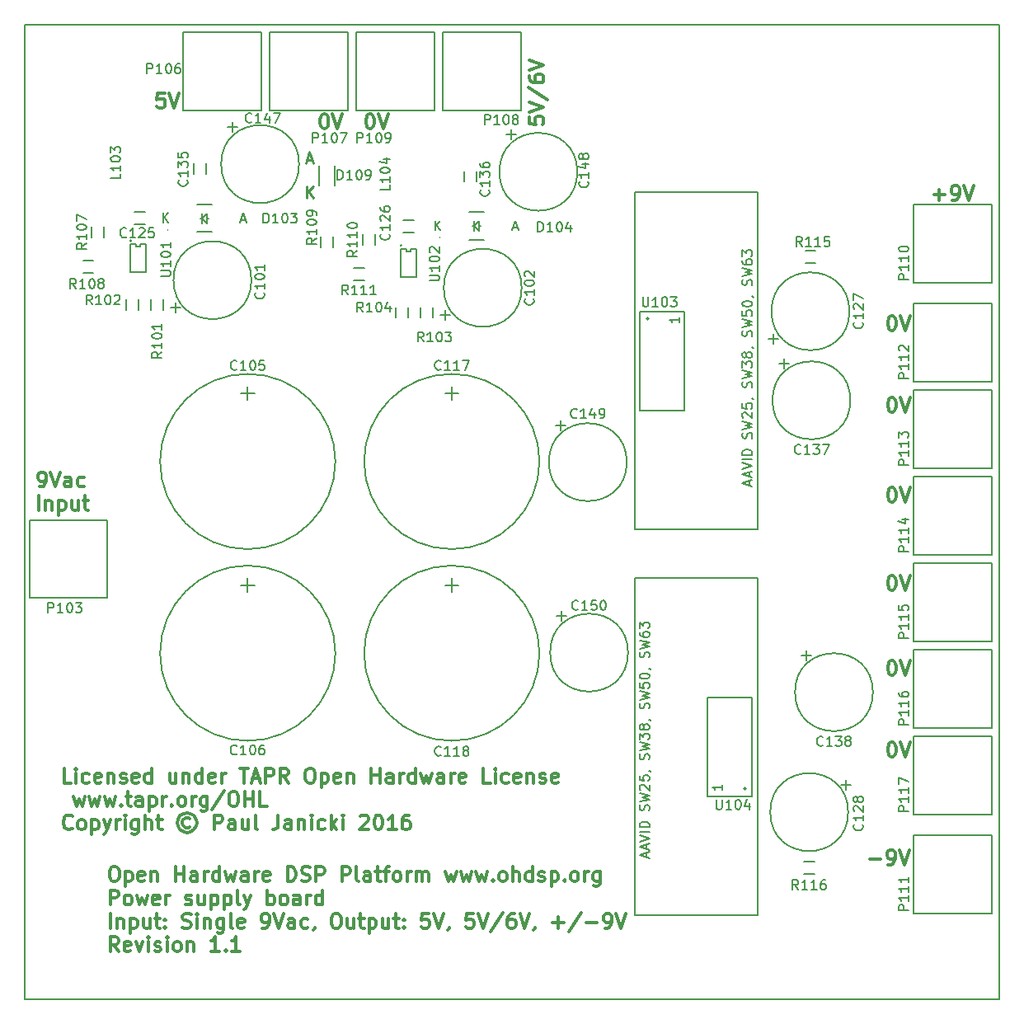
<source format=gto>
G04 #@! TF.FileFunction,Legend,Top*
%FSLAX46Y46*%
G04 Gerber Fmt 4.6, Leading zero omitted, Abs format (unit mm)*
G04 Created by KiCad (PCBNEW 4.0.2-stable) date 20/05/2016 13:48:35*
%MOMM*%
G01*
G04 APERTURE LIST*
%ADD10C,0.100000*%
%ADD11C,0.300000*%
%ADD12C,0.250000*%
%ADD13C,0.150000*%
G04 APERTURE END LIST*
D10*
D11*
X1444571Y52591429D02*
X1730286Y52591429D01*
X1873143Y52662857D01*
X1944571Y52734286D01*
X2087429Y52948571D01*
X2158857Y53234286D01*
X2158857Y53805714D01*
X2087429Y53948571D01*
X2016000Y54020000D01*
X1873143Y54091429D01*
X1587429Y54091429D01*
X1444571Y54020000D01*
X1373143Y53948571D01*
X1301714Y53805714D01*
X1301714Y53448571D01*
X1373143Y53305714D01*
X1444571Y53234286D01*
X1587429Y53162857D01*
X1873143Y53162857D01*
X2016000Y53234286D01*
X2087429Y53305714D01*
X2158857Y53448571D01*
X2587428Y54091429D02*
X3087428Y52591429D01*
X3587428Y54091429D01*
X4730285Y52591429D02*
X4730285Y53377143D01*
X4658856Y53520000D01*
X4515999Y53591429D01*
X4230285Y53591429D01*
X4087428Y53520000D01*
X4730285Y52662857D02*
X4587428Y52591429D01*
X4230285Y52591429D01*
X4087428Y52662857D01*
X4015999Y52805714D01*
X4015999Y52948571D01*
X4087428Y53091429D01*
X4230285Y53162857D01*
X4587428Y53162857D01*
X4730285Y53234286D01*
X6087428Y52662857D02*
X5944571Y52591429D01*
X5658857Y52591429D01*
X5515999Y52662857D01*
X5444571Y52734286D01*
X5373142Y52877143D01*
X5373142Y53305714D01*
X5444571Y53448571D01*
X5515999Y53520000D01*
X5658857Y53591429D01*
X5944571Y53591429D01*
X6087428Y53520000D01*
X1373143Y50191429D02*
X1373143Y51691429D01*
X2087429Y51191429D02*
X2087429Y50191429D01*
X2087429Y51048571D02*
X2158857Y51120000D01*
X2301715Y51191429D01*
X2516000Y51191429D01*
X2658857Y51120000D01*
X2730286Y50977143D01*
X2730286Y50191429D01*
X3444572Y51191429D02*
X3444572Y49691429D01*
X3444572Y51120000D02*
X3587429Y51191429D01*
X3873143Y51191429D01*
X4016000Y51120000D01*
X4087429Y51048571D01*
X4158858Y50905714D01*
X4158858Y50477143D01*
X4087429Y50334286D01*
X4016000Y50262857D01*
X3873143Y50191429D01*
X3587429Y50191429D01*
X3444572Y50262857D01*
X5444572Y51191429D02*
X5444572Y50191429D01*
X4801715Y51191429D02*
X4801715Y50405714D01*
X4873143Y50262857D01*
X5016001Y50191429D01*
X5230286Y50191429D01*
X5373143Y50262857D01*
X5444572Y50334286D01*
X5944572Y51191429D02*
X6516001Y51191429D01*
X6158858Y51691429D02*
X6158858Y50405714D01*
X6230286Y50262857D01*
X6373144Y50191429D01*
X6516001Y50191429D01*
D12*
X28895714Y82261143D02*
X28895714Y83461143D01*
X29581429Y82261143D02*
X29067143Y82946857D01*
X29581429Y83461143D02*
X28895714Y82775429D01*
X28924286Y86160000D02*
X29495715Y86160000D01*
X28810001Y85817143D02*
X29210001Y87017143D01*
X29610001Y85817143D01*
D11*
X9024857Y13565429D02*
X9310571Y13565429D01*
X9453429Y13494000D01*
X9596286Y13351143D01*
X9667714Y13065429D01*
X9667714Y12565429D01*
X9596286Y12279714D01*
X9453429Y12136857D01*
X9310571Y12065429D01*
X9024857Y12065429D01*
X8882000Y12136857D01*
X8739143Y12279714D01*
X8667714Y12565429D01*
X8667714Y13065429D01*
X8739143Y13351143D01*
X8882000Y13494000D01*
X9024857Y13565429D01*
X10310572Y13065429D02*
X10310572Y11565429D01*
X10310572Y12994000D02*
X10453429Y13065429D01*
X10739143Y13065429D01*
X10882000Y12994000D01*
X10953429Y12922571D01*
X11024858Y12779714D01*
X11024858Y12351143D01*
X10953429Y12208286D01*
X10882000Y12136857D01*
X10739143Y12065429D01*
X10453429Y12065429D01*
X10310572Y12136857D01*
X12239143Y12136857D02*
X12096286Y12065429D01*
X11810572Y12065429D01*
X11667715Y12136857D01*
X11596286Y12279714D01*
X11596286Y12851143D01*
X11667715Y12994000D01*
X11810572Y13065429D01*
X12096286Y13065429D01*
X12239143Y12994000D01*
X12310572Y12851143D01*
X12310572Y12708286D01*
X11596286Y12565429D01*
X12953429Y13065429D02*
X12953429Y12065429D01*
X12953429Y12922571D02*
X13024857Y12994000D01*
X13167715Y13065429D01*
X13382000Y13065429D01*
X13524857Y12994000D01*
X13596286Y12851143D01*
X13596286Y12065429D01*
X15453429Y12065429D02*
X15453429Y13565429D01*
X15453429Y12851143D02*
X16310572Y12851143D01*
X16310572Y12065429D02*
X16310572Y13565429D01*
X17667715Y12065429D02*
X17667715Y12851143D01*
X17596286Y12994000D01*
X17453429Y13065429D01*
X17167715Y13065429D01*
X17024858Y12994000D01*
X17667715Y12136857D02*
X17524858Y12065429D01*
X17167715Y12065429D01*
X17024858Y12136857D01*
X16953429Y12279714D01*
X16953429Y12422571D01*
X17024858Y12565429D01*
X17167715Y12636857D01*
X17524858Y12636857D01*
X17667715Y12708286D01*
X18382001Y12065429D02*
X18382001Y13065429D01*
X18382001Y12779714D02*
X18453429Y12922571D01*
X18524858Y12994000D01*
X18667715Y13065429D01*
X18810572Y13065429D01*
X19953429Y12065429D02*
X19953429Y13565429D01*
X19953429Y12136857D02*
X19810572Y12065429D01*
X19524858Y12065429D01*
X19382000Y12136857D01*
X19310572Y12208286D01*
X19239143Y12351143D01*
X19239143Y12779714D01*
X19310572Y12922571D01*
X19382000Y12994000D01*
X19524858Y13065429D01*
X19810572Y13065429D01*
X19953429Y12994000D01*
X20524858Y13065429D02*
X20810572Y12065429D01*
X21096286Y12779714D01*
X21382001Y12065429D01*
X21667715Y13065429D01*
X22882001Y12065429D02*
X22882001Y12851143D01*
X22810572Y12994000D01*
X22667715Y13065429D01*
X22382001Y13065429D01*
X22239144Y12994000D01*
X22882001Y12136857D02*
X22739144Y12065429D01*
X22382001Y12065429D01*
X22239144Y12136857D01*
X22167715Y12279714D01*
X22167715Y12422571D01*
X22239144Y12565429D01*
X22382001Y12636857D01*
X22739144Y12636857D01*
X22882001Y12708286D01*
X23596287Y12065429D02*
X23596287Y13065429D01*
X23596287Y12779714D02*
X23667715Y12922571D01*
X23739144Y12994000D01*
X23882001Y13065429D01*
X24024858Y13065429D01*
X25096286Y12136857D02*
X24953429Y12065429D01*
X24667715Y12065429D01*
X24524858Y12136857D01*
X24453429Y12279714D01*
X24453429Y12851143D01*
X24524858Y12994000D01*
X24667715Y13065429D01*
X24953429Y13065429D01*
X25096286Y12994000D01*
X25167715Y12851143D01*
X25167715Y12708286D01*
X24453429Y12565429D01*
X26953429Y12065429D02*
X26953429Y13565429D01*
X27310572Y13565429D01*
X27524857Y13494000D01*
X27667715Y13351143D01*
X27739143Y13208286D01*
X27810572Y12922571D01*
X27810572Y12708286D01*
X27739143Y12422571D01*
X27667715Y12279714D01*
X27524857Y12136857D01*
X27310572Y12065429D01*
X26953429Y12065429D01*
X28382000Y12136857D02*
X28596286Y12065429D01*
X28953429Y12065429D01*
X29096286Y12136857D01*
X29167715Y12208286D01*
X29239143Y12351143D01*
X29239143Y12494000D01*
X29167715Y12636857D01*
X29096286Y12708286D01*
X28953429Y12779714D01*
X28667715Y12851143D01*
X28524857Y12922571D01*
X28453429Y12994000D01*
X28382000Y13136857D01*
X28382000Y13279714D01*
X28453429Y13422571D01*
X28524857Y13494000D01*
X28667715Y13565429D01*
X29024857Y13565429D01*
X29239143Y13494000D01*
X29882000Y12065429D02*
X29882000Y13565429D01*
X30453428Y13565429D01*
X30596286Y13494000D01*
X30667714Y13422571D01*
X30739143Y13279714D01*
X30739143Y13065429D01*
X30667714Y12922571D01*
X30596286Y12851143D01*
X30453428Y12779714D01*
X29882000Y12779714D01*
X32524857Y12065429D02*
X32524857Y13565429D01*
X33096285Y13565429D01*
X33239143Y13494000D01*
X33310571Y13422571D01*
X33382000Y13279714D01*
X33382000Y13065429D01*
X33310571Y12922571D01*
X33239143Y12851143D01*
X33096285Y12779714D01*
X32524857Y12779714D01*
X34239143Y12065429D02*
X34096285Y12136857D01*
X34024857Y12279714D01*
X34024857Y13565429D01*
X35453428Y12065429D02*
X35453428Y12851143D01*
X35381999Y12994000D01*
X35239142Y13065429D01*
X34953428Y13065429D01*
X34810571Y12994000D01*
X35453428Y12136857D02*
X35310571Y12065429D01*
X34953428Y12065429D01*
X34810571Y12136857D01*
X34739142Y12279714D01*
X34739142Y12422571D01*
X34810571Y12565429D01*
X34953428Y12636857D01*
X35310571Y12636857D01*
X35453428Y12708286D01*
X35953428Y13065429D02*
X36524857Y13065429D01*
X36167714Y13565429D02*
X36167714Y12279714D01*
X36239142Y12136857D01*
X36382000Y12065429D01*
X36524857Y12065429D01*
X36810571Y13065429D02*
X37382000Y13065429D01*
X37024857Y12065429D02*
X37024857Y13351143D01*
X37096285Y13494000D01*
X37239143Y13565429D01*
X37382000Y13565429D01*
X38096286Y12065429D02*
X37953428Y12136857D01*
X37882000Y12208286D01*
X37810571Y12351143D01*
X37810571Y12779714D01*
X37882000Y12922571D01*
X37953428Y12994000D01*
X38096286Y13065429D01*
X38310571Y13065429D01*
X38453428Y12994000D01*
X38524857Y12922571D01*
X38596286Y12779714D01*
X38596286Y12351143D01*
X38524857Y12208286D01*
X38453428Y12136857D01*
X38310571Y12065429D01*
X38096286Y12065429D01*
X39239143Y12065429D02*
X39239143Y13065429D01*
X39239143Y12779714D02*
X39310571Y12922571D01*
X39382000Y12994000D01*
X39524857Y13065429D01*
X39667714Y13065429D01*
X40167714Y12065429D02*
X40167714Y13065429D01*
X40167714Y12922571D02*
X40239142Y12994000D01*
X40382000Y13065429D01*
X40596285Y13065429D01*
X40739142Y12994000D01*
X40810571Y12851143D01*
X40810571Y12065429D01*
X40810571Y12851143D02*
X40882000Y12994000D01*
X41024857Y13065429D01*
X41239142Y13065429D01*
X41382000Y12994000D01*
X41453428Y12851143D01*
X41453428Y12065429D01*
X43167714Y13065429D02*
X43453428Y12065429D01*
X43739142Y12779714D01*
X44024857Y12065429D01*
X44310571Y13065429D01*
X44739143Y13065429D02*
X45024857Y12065429D01*
X45310571Y12779714D01*
X45596286Y12065429D01*
X45882000Y13065429D01*
X46310572Y13065429D02*
X46596286Y12065429D01*
X46882000Y12779714D01*
X47167715Y12065429D01*
X47453429Y13065429D01*
X48024858Y12208286D02*
X48096286Y12136857D01*
X48024858Y12065429D01*
X47953429Y12136857D01*
X48024858Y12208286D01*
X48024858Y12065429D01*
X48953430Y12065429D02*
X48810572Y12136857D01*
X48739144Y12208286D01*
X48667715Y12351143D01*
X48667715Y12779714D01*
X48739144Y12922571D01*
X48810572Y12994000D01*
X48953430Y13065429D01*
X49167715Y13065429D01*
X49310572Y12994000D01*
X49382001Y12922571D01*
X49453430Y12779714D01*
X49453430Y12351143D01*
X49382001Y12208286D01*
X49310572Y12136857D01*
X49167715Y12065429D01*
X48953430Y12065429D01*
X50096287Y12065429D02*
X50096287Y13565429D01*
X50739144Y12065429D02*
X50739144Y12851143D01*
X50667715Y12994000D01*
X50524858Y13065429D01*
X50310573Y13065429D01*
X50167715Y12994000D01*
X50096287Y12922571D01*
X52096287Y12065429D02*
X52096287Y13565429D01*
X52096287Y12136857D02*
X51953430Y12065429D01*
X51667716Y12065429D01*
X51524858Y12136857D01*
X51453430Y12208286D01*
X51382001Y12351143D01*
X51382001Y12779714D01*
X51453430Y12922571D01*
X51524858Y12994000D01*
X51667716Y13065429D01*
X51953430Y13065429D01*
X52096287Y12994000D01*
X52739144Y12136857D02*
X52882001Y12065429D01*
X53167716Y12065429D01*
X53310573Y12136857D01*
X53382001Y12279714D01*
X53382001Y12351143D01*
X53310573Y12494000D01*
X53167716Y12565429D01*
X52953430Y12565429D01*
X52810573Y12636857D01*
X52739144Y12779714D01*
X52739144Y12851143D01*
X52810573Y12994000D01*
X52953430Y13065429D01*
X53167716Y13065429D01*
X53310573Y12994000D01*
X54024859Y13065429D02*
X54024859Y11565429D01*
X54024859Y12994000D02*
X54167716Y13065429D01*
X54453430Y13065429D01*
X54596287Y12994000D01*
X54667716Y12922571D01*
X54739145Y12779714D01*
X54739145Y12351143D01*
X54667716Y12208286D01*
X54596287Y12136857D01*
X54453430Y12065429D01*
X54167716Y12065429D01*
X54024859Y12136857D01*
X55382002Y12208286D02*
X55453430Y12136857D01*
X55382002Y12065429D01*
X55310573Y12136857D01*
X55382002Y12208286D01*
X55382002Y12065429D01*
X56310574Y12065429D02*
X56167716Y12136857D01*
X56096288Y12208286D01*
X56024859Y12351143D01*
X56024859Y12779714D01*
X56096288Y12922571D01*
X56167716Y12994000D01*
X56310574Y13065429D01*
X56524859Y13065429D01*
X56667716Y12994000D01*
X56739145Y12922571D01*
X56810574Y12779714D01*
X56810574Y12351143D01*
X56739145Y12208286D01*
X56667716Y12136857D01*
X56524859Y12065429D01*
X56310574Y12065429D01*
X57453431Y12065429D02*
X57453431Y13065429D01*
X57453431Y12779714D02*
X57524859Y12922571D01*
X57596288Y12994000D01*
X57739145Y13065429D01*
X57882002Y13065429D01*
X59024859Y13065429D02*
X59024859Y11851143D01*
X58953430Y11708286D01*
X58882002Y11636857D01*
X58739145Y11565429D01*
X58524859Y11565429D01*
X58382002Y11636857D01*
X59024859Y12136857D02*
X58882002Y12065429D01*
X58596288Y12065429D01*
X58453430Y12136857D01*
X58382002Y12208286D01*
X58310573Y12351143D01*
X58310573Y12779714D01*
X58382002Y12922571D01*
X58453430Y12994000D01*
X58596288Y13065429D01*
X58882002Y13065429D01*
X59024859Y12994000D01*
X8739143Y9665429D02*
X8739143Y11165429D01*
X9310571Y11165429D01*
X9453429Y11094000D01*
X9524857Y11022571D01*
X9596286Y10879714D01*
X9596286Y10665429D01*
X9524857Y10522571D01*
X9453429Y10451143D01*
X9310571Y10379714D01*
X8739143Y10379714D01*
X10453429Y9665429D02*
X10310571Y9736857D01*
X10239143Y9808286D01*
X10167714Y9951143D01*
X10167714Y10379714D01*
X10239143Y10522571D01*
X10310571Y10594000D01*
X10453429Y10665429D01*
X10667714Y10665429D01*
X10810571Y10594000D01*
X10882000Y10522571D01*
X10953429Y10379714D01*
X10953429Y9951143D01*
X10882000Y9808286D01*
X10810571Y9736857D01*
X10667714Y9665429D01*
X10453429Y9665429D01*
X11453429Y10665429D02*
X11739143Y9665429D01*
X12024857Y10379714D01*
X12310572Y9665429D01*
X12596286Y10665429D01*
X13739143Y9736857D02*
X13596286Y9665429D01*
X13310572Y9665429D01*
X13167715Y9736857D01*
X13096286Y9879714D01*
X13096286Y10451143D01*
X13167715Y10594000D01*
X13310572Y10665429D01*
X13596286Y10665429D01*
X13739143Y10594000D01*
X13810572Y10451143D01*
X13810572Y10308286D01*
X13096286Y10165429D01*
X14453429Y9665429D02*
X14453429Y10665429D01*
X14453429Y10379714D02*
X14524857Y10522571D01*
X14596286Y10594000D01*
X14739143Y10665429D01*
X14882000Y10665429D01*
X16453428Y9736857D02*
X16596285Y9665429D01*
X16882000Y9665429D01*
X17024857Y9736857D01*
X17096285Y9879714D01*
X17096285Y9951143D01*
X17024857Y10094000D01*
X16882000Y10165429D01*
X16667714Y10165429D01*
X16524857Y10236857D01*
X16453428Y10379714D01*
X16453428Y10451143D01*
X16524857Y10594000D01*
X16667714Y10665429D01*
X16882000Y10665429D01*
X17024857Y10594000D01*
X18382000Y10665429D02*
X18382000Y9665429D01*
X17739143Y10665429D02*
X17739143Y9879714D01*
X17810571Y9736857D01*
X17953429Y9665429D01*
X18167714Y9665429D01*
X18310571Y9736857D01*
X18382000Y9808286D01*
X19096286Y10665429D02*
X19096286Y9165429D01*
X19096286Y10594000D02*
X19239143Y10665429D01*
X19524857Y10665429D01*
X19667714Y10594000D01*
X19739143Y10522571D01*
X19810572Y10379714D01*
X19810572Y9951143D01*
X19739143Y9808286D01*
X19667714Y9736857D01*
X19524857Y9665429D01*
X19239143Y9665429D01*
X19096286Y9736857D01*
X20453429Y10665429D02*
X20453429Y9165429D01*
X20453429Y10594000D02*
X20596286Y10665429D01*
X20882000Y10665429D01*
X21024857Y10594000D01*
X21096286Y10522571D01*
X21167715Y10379714D01*
X21167715Y9951143D01*
X21096286Y9808286D01*
X21024857Y9736857D01*
X20882000Y9665429D01*
X20596286Y9665429D01*
X20453429Y9736857D01*
X22024858Y9665429D02*
X21882000Y9736857D01*
X21810572Y9879714D01*
X21810572Y11165429D01*
X22453429Y10665429D02*
X22810572Y9665429D01*
X23167714Y10665429D02*
X22810572Y9665429D01*
X22667714Y9308286D01*
X22596286Y9236857D01*
X22453429Y9165429D01*
X24882000Y9665429D02*
X24882000Y11165429D01*
X24882000Y10594000D02*
X25024857Y10665429D01*
X25310571Y10665429D01*
X25453428Y10594000D01*
X25524857Y10522571D01*
X25596286Y10379714D01*
X25596286Y9951143D01*
X25524857Y9808286D01*
X25453428Y9736857D01*
X25310571Y9665429D01*
X25024857Y9665429D01*
X24882000Y9736857D01*
X26453429Y9665429D02*
X26310571Y9736857D01*
X26239143Y9808286D01*
X26167714Y9951143D01*
X26167714Y10379714D01*
X26239143Y10522571D01*
X26310571Y10594000D01*
X26453429Y10665429D01*
X26667714Y10665429D01*
X26810571Y10594000D01*
X26882000Y10522571D01*
X26953429Y10379714D01*
X26953429Y9951143D01*
X26882000Y9808286D01*
X26810571Y9736857D01*
X26667714Y9665429D01*
X26453429Y9665429D01*
X28239143Y9665429D02*
X28239143Y10451143D01*
X28167714Y10594000D01*
X28024857Y10665429D01*
X27739143Y10665429D01*
X27596286Y10594000D01*
X28239143Y9736857D02*
X28096286Y9665429D01*
X27739143Y9665429D01*
X27596286Y9736857D01*
X27524857Y9879714D01*
X27524857Y10022571D01*
X27596286Y10165429D01*
X27739143Y10236857D01*
X28096286Y10236857D01*
X28239143Y10308286D01*
X28953429Y9665429D02*
X28953429Y10665429D01*
X28953429Y10379714D02*
X29024857Y10522571D01*
X29096286Y10594000D01*
X29239143Y10665429D01*
X29382000Y10665429D01*
X30524857Y9665429D02*
X30524857Y11165429D01*
X30524857Y9736857D02*
X30382000Y9665429D01*
X30096286Y9665429D01*
X29953428Y9736857D01*
X29882000Y9808286D01*
X29810571Y9951143D01*
X29810571Y10379714D01*
X29882000Y10522571D01*
X29953428Y10594000D01*
X30096286Y10665429D01*
X30382000Y10665429D01*
X30524857Y10594000D01*
X8739143Y7265429D02*
X8739143Y8765429D01*
X9453429Y8265429D02*
X9453429Y7265429D01*
X9453429Y8122571D02*
X9524857Y8194000D01*
X9667715Y8265429D01*
X9882000Y8265429D01*
X10024857Y8194000D01*
X10096286Y8051143D01*
X10096286Y7265429D01*
X10810572Y8265429D02*
X10810572Y6765429D01*
X10810572Y8194000D02*
X10953429Y8265429D01*
X11239143Y8265429D01*
X11382000Y8194000D01*
X11453429Y8122571D01*
X11524858Y7979714D01*
X11524858Y7551143D01*
X11453429Y7408286D01*
X11382000Y7336857D01*
X11239143Y7265429D01*
X10953429Y7265429D01*
X10810572Y7336857D01*
X12810572Y8265429D02*
X12810572Y7265429D01*
X12167715Y8265429D02*
X12167715Y7479714D01*
X12239143Y7336857D01*
X12382001Y7265429D01*
X12596286Y7265429D01*
X12739143Y7336857D01*
X12810572Y7408286D01*
X13310572Y8265429D02*
X13882001Y8265429D01*
X13524858Y8765429D02*
X13524858Y7479714D01*
X13596286Y7336857D01*
X13739144Y7265429D01*
X13882001Y7265429D01*
X14382001Y7408286D02*
X14453429Y7336857D01*
X14382001Y7265429D01*
X14310572Y7336857D01*
X14382001Y7408286D01*
X14382001Y7265429D01*
X14382001Y8194000D02*
X14453429Y8122571D01*
X14382001Y8051143D01*
X14310572Y8122571D01*
X14382001Y8194000D01*
X14382001Y8051143D01*
X16167715Y7336857D02*
X16382001Y7265429D01*
X16739144Y7265429D01*
X16882001Y7336857D01*
X16953430Y7408286D01*
X17024858Y7551143D01*
X17024858Y7694000D01*
X16953430Y7836857D01*
X16882001Y7908286D01*
X16739144Y7979714D01*
X16453430Y8051143D01*
X16310572Y8122571D01*
X16239144Y8194000D01*
X16167715Y8336857D01*
X16167715Y8479714D01*
X16239144Y8622571D01*
X16310572Y8694000D01*
X16453430Y8765429D01*
X16810572Y8765429D01*
X17024858Y8694000D01*
X17667715Y7265429D02*
X17667715Y8265429D01*
X17667715Y8765429D02*
X17596286Y8694000D01*
X17667715Y8622571D01*
X17739143Y8694000D01*
X17667715Y8765429D01*
X17667715Y8622571D01*
X18382001Y8265429D02*
X18382001Y7265429D01*
X18382001Y8122571D02*
X18453429Y8194000D01*
X18596287Y8265429D01*
X18810572Y8265429D01*
X18953429Y8194000D01*
X19024858Y8051143D01*
X19024858Y7265429D01*
X20382001Y8265429D02*
X20382001Y7051143D01*
X20310572Y6908286D01*
X20239144Y6836857D01*
X20096287Y6765429D01*
X19882001Y6765429D01*
X19739144Y6836857D01*
X20382001Y7336857D02*
X20239144Y7265429D01*
X19953430Y7265429D01*
X19810572Y7336857D01*
X19739144Y7408286D01*
X19667715Y7551143D01*
X19667715Y7979714D01*
X19739144Y8122571D01*
X19810572Y8194000D01*
X19953430Y8265429D01*
X20239144Y8265429D01*
X20382001Y8194000D01*
X21310573Y7265429D02*
X21167715Y7336857D01*
X21096287Y7479714D01*
X21096287Y8765429D01*
X22453429Y7336857D02*
X22310572Y7265429D01*
X22024858Y7265429D01*
X21882001Y7336857D01*
X21810572Y7479714D01*
X21810572Y8051143D01*
X21882001Y8194000D01*
X22024858Y8265429D01*
X22310572Y8265429D01*
X22453429Y8194000D01*
X22524858Y8051143D01*
X22524858Y7908286D01*
X21810572Y7765429D01*
X24382000Y7265429D02*
X24667715Y7265429D01*
X24810572Y7336857D01*
X24882000Y7408286D01*
X25024858Y7622571D01*
X25096286Y7908286D01*
X25096286Y8479714D01*
X25024858Y8622571D01*
X24953429Y8694000D01*
X24810572Y8765429D01*
X24524858Y8765429D01*
X24382000Y8694000D01*
X24310572Y8622571D01*
X24239143Y8479714D01*
X24239143Y8122571D01*
X24310572Y7979714D01*
X24382000Y7908286D01*
X24524858Y7836857D01*
X24810572Y7836857D01*
X24953429Y7908286D01*
X25024858Y7979714D01*
X25096286Y8122571D01*
X25524857Y8765429D02*
X26024857Y7265429D01*
X26524857Y8765429D01*
X27667714Y7265429D02*
X27667714Y8051143D01*
X27596285Y8194000D01*
X27453428Y8265429D01*
X27167714Y8265429D01*
X27024857Y8194000D01*
X27667714Y7336857D02*
X27524857Y7265429D01*
X27167714Y7265429D01*
X27024857Y7336857D01*
X26953428Y7479714D01*
X26953428Y7622571D01*
X27024857Y7765429D01*
X27167714Y7836857D01*
X27524857Y7836857D01*
X27667714Y7908286D01*
X29024857Y7336857D02*
X28882000Y7265429D01*
X28596286Y7265429D01*
X28453428Y7336857D01*
X28382000Y7408286D01*
X28310571Y7551143D01*
X28310571Y7979714D01*
X28382000Y8122571D01*
X28453428Y8194000D01*
X28596286Y8265429D01*
X28882000Y8265429D01*
X29024857Y8194000D01*
X29739142Y7336857D02*
X29739142Y7265429D01*
X29667714Y7122571D01*
X29596285Y7051143D01*
X31810571Y8765429D02*
X32096285Y8765429D01*
X32239143Y8694000D01*
X32382000Y8551143D01*
X32453428Y8265429D01*
X32453428Y7765429D01*
X32382000Y7479714D01*
X32239143Y7336857D01*
X32096285Y7265429D01*
X31810571Y7265429D01*
X31667714Y7336857D01*
X31524857Y7479714D01*
X31453428Y7765429D01*
X31453428Y8265429D01*
X31524857Y8551143D01*
X31667714Y8694000D01*
X31810571Y8765429D01*
X33739143Y8265429D02*
X33739143Y7265429D01*
X33096286Y8265429D02*
X33096286Y7479714D01*
X33167714Y7336857D01*
X33310572Y7265429D01*
X33524857Y7265429D01*
X33667714Y7336857D01*
X33739143Y7408286D01*
X34239143Y8265429D02*
X34810572Y8265429D01*
X34453429Y8765429D02*
X34453429Y7479714D01*
X34524857Y7336857D01*
X34667715Y7265429D01*
X34810572Y7265429D01*
X35310572Y8265429D02*
X35310572Y6765429D01*
X35310572Y8194000D02*
X35453429Y8265429D01*
X35739143Y8265429D01*
X35882000Y8194000D01*
X35953429Y8122571D01*
X36024858Y7979714D01*
X36024858Y7551143D01*
X35953429Y7408286D01*
X35882000Y7336857D01*
X35739143Y7265429D01*
X35453429Y7265429D01*
X35310572Y7336857D01*
X37310572Y8265429D02*
X37310572Y7265429D01*
X36667715Y8265429D02*
X36667715Y7479714D01*
X36739143Y7336857D01*
X36882001Y7265429D01*
X37096286Y7265429D01*
X37239143Y7336857D01*
X37310572Y7408286D01*
X37810572Y8265429D02*
X38382001Y8265429D01*
X38024858Y8765429D02*
X38024858Y7479714D01*
X38096286Y7336857D01*
X38239144Y7265429D01*
X38382001Y7265429D01*
X38882001Y7408286D02*
X38953429Y7336857D01*
X38882001Y7265429D01*
X38810572Y7336857D01*
X38882001Y7408286D01*
X38882001Y7265429D01*
X38882001Y8194000D02*
X38953429Y8122571D01*
X38882001Y8051143D01*
X38810572Y8122571D01*
X38882001Y8194000D01*
X38882001Y8051143D01*
X41453430Y8765429D02*
X40739144Y8765429D01*
X40667715Y8051143D01*
X40739144Y8122571D01*
X40882001Y8194000D01*
X41239144Y8194000D01*
X41382001Y8122571D01*
X41453430Y8051143D01*
X41524858Y7908286D01*
X41524858Y7551143D01*
X41453430Y7408286D01*
X41382001Y7336857D01*
X41239144Y7265429D01*
X40882001Y7265429D01*
X40739144Y7336857D01*
X40667715Y7408286D01*
X41953429Y8765429D02*
X42453429Y7265429D01*
X42953429Y8765429D01*
X43524857Y7336857D02*
X43524857Y7265429D01*
X43453429Y7122571D01*
X43382000Y7051143D01*
X46024858Y8765429D02*
X45310572Y8765429D01*
X45239143Y8051143D01*
X45310572Y8122571D01*
X45453429Y8194000D01*
X45810572Y8194000D01*
X45953429Y8122571D01*
X46024858Y8051143D01*
X46096286Y7908286D01*
X46096286Y7551143D01*
X46024858Y7408286D01*
X45953429Y7336857D01*
X45810572Y7265429D01*
X45453429Y7265429D01*
X45310572Y7336857D01*
X45239143Y7408286D01*
X46524857Y8765429D02*
X47024857Y7265429D01*
X47524857Y8765429D01*
X49096285Y8836857D02*
X47810571Y6908286D01*
X50239143Y8765429D02*
X49953429Y8765429D01*
X49810572Y8694000D01*
X49739143Y8622571D01*
X49596286Y8408286D01*
X49524857Y8122571D01*
X49524857Y7551143D01*
X49596286Y7408286D01*
X49667714Y7336857D01*
X49810572Y7265429D01*
X50096286Y7265429D01*
X50239143Y7336857D01*
X50310572Y7408286D01*
X50382000Y7551143D01*
X50382000Y7908286D01*
X50310572Y8051143D01*
X50239143Y8122571D01*
X50096286Y8194000D01*
X49810572Y8194000D01*
X49667714Y8122571D01*
X49596286Y8051143D01*
X49524857Y7908286D01*
X50810571Y8765429D02*
X51310571Y7265429D01*
X51810571Y8765429D01*
X52381999Y7336857D02*
X52381999Y7265429D01*
X52310571Y7122571D01*
X52239142Y7051143D01*
X54167714Y7836857D02*
X55310571Y7836857D01*
X54739142Y7265429D02*
X54739142Y8408286D01*
X57096285Y8836857D02*
X55810571Y6908286D01*
X57596286Y7836857D02*
X58739143Y7836857D01*
X59524857Y7265429D02*
X59810572Y7265429D01*
X59953429Y7336857D01*
X60024857Y7408286D01*
X60167715Y7622571D01*
X60239143Y7908286D01*
X60239143Y8479714D01*
X60167715Y8622571D01*
X60096286Y8694000D01*
X59953429Y8765429D01*
X59667715Y8765429D01*
X59524857Y8694000D01*
X59453429Y8622571D01*
X59382000Y8479714D01*
X59382000Y8122571D01*
X59453429Y7979714D01*
X59524857Y7908286D01*
X59667715Y7836857D01*
X59953429Y7836857D01*
X60096286Y7908286D01*
X60167715Y7979714D01*
X60239143Y8122571D01*
X60667714Y8765429D02*
X61167714Y7265429D01*
X61667714Y8765429D01*
X9596286Y4865429D02*
X9096286Y5579714D01*
X8739143Y4865429D02*
X8739143Y6365429D01*
X9310571Y6365429D01*
X9453429Y6294000D01*
X9524857Y6222571D01*
X9596286Y6079714D01*
X9596286Y5865429D01*
X9524857Y5722571D01*
X9453429Y5651143D01*
X9310571Y5579714D01*
X8739143Y5579714D01*
X10810571Y4936857D02*
X10667714Y4865429D01*
X10382000Y4865429D01*
X10239143Y4936857D01*
X10167714Y5079714D01*
X10167714Y5651143D01*
X10239143Y5794000D01*
X10382000Y5865429D01*
X10667714Y5865429D01*
X10810571Y5794000D01*
X10882000Y5651143D01*
X10882000Y5508286D01*
X10167714Y5365429D01*
X11382000Y5865429D02*
X11739143Y4865429D01*
X12096285Y5865429D01*
X12667714Y4865429D02*
X12667714Y5865429D01*
X12667714Y6365429D02*
X12596285Y6294000D01*
X12667714Y6222571D01*
X12739142Y6294000D01*
X12667714Y6365429D01*
X12667714Y6222571D01*
X13310571Y4936857D02*
X13453428Y4865429D01*
X13739143Y4865429D01*
X13882000Y4936857D01*
X13953428Y5079714D01*
X13953428Y5151143D01*
X13882000Y5294000D01*
X13739143Y5365429D01*
X13524857Y5365429D01*
X13382000Y5436857D01*
X13310571Y5579714D01*
X13310571Y5651143D01*
X13382000Y5794000D01*
X13524857Y5865429D01*
X13739143Y5865429D01*
X13882000Y5794000D01*
X14596286Y4865429D02*
X14596286Y5865429D01*
X14596286Y6365429D02*
X14524857Y6294000D01*
X14596286Y6222571D01*
X14667714Y6294000D01*
X14596286Y6365429D01*
X14596286Y6222571D01*
X15524858Y4865429D02*
X15382000Y4936857D01*
X15310572Y5008286D01*
X15239143Y5151143D01*
X15239143Y5579714D01*
X15310572Y5722571D01*
X15382000Y5794000D01*
X15524858Y5865429D01*
X15739143Y5865429D01*
X15882000Y5794000D01*
X15953429Y5722571D01*
X16024858Y5579714D01*
X16024858Y5151143D01*
X15953429Y5008286D01*
X15882000Y4936857D01*
X15739143Y4865429D01*
X15524858Y4865429D01*
X16667715Y5865429D02*
X16667715Y4865429D01*
X16667715Y5722571D02*
X16739143Y5794000D01*
X16882001Y5865429D01*
X17096286Y5865429D01*
X17239143Y5794000D01*
X17310572Y5651143D01*
X17310572Y4865429D01*
X19953429Y4865429D02*
X19096286Y4865429D01*
X19524858Y4865429D02*
X19524858Y6365429D01*
X19382001Y6151143D01*
X19239143Y6008286D01*
X19096286Y5936857D01*
X20596286Y5008286D02*
X20667714Y4936857D01*
X20596286Y4865429D01*
X20524857Y4936857D01*
X20596286Y5008286D01*
X20596286Y4865429D01*
X22096286Y4865429D02*
X21239143Y4865429D01*
X21667715Y4865429D02*
X21667715Y6365429D01*
X21524858Y6151143D01*
X21382000Y6008286D01*
X21239143Y5936857D01*
X88947715Y26348429D02*
X89090572Y26348429D01*
X89233429Y26277000D01*
X89304858Y26205571D01*
X89376287Y26062714D01*
X89447715Y25777000D01*
X89447715Y25419857D01*
X89376287Y25134143D01*
X89304858Y24991286D01*
X89233429Y24919857D01*
X89090572Y24848429D01*
X88947715Y24848429D01*
X88804858Y24919857D01*
X88733429Y24991286D01*
X88662001Y25134143D01*
X88590572Y25419857D01*
X88590572Y25777000D01*
X88662001Y26062714D01*
X88733429Y26205571D01*
X88804858Y26277000D01*
X88947715Y26348429D01*
X89876286Y26348429D02*
X90376286Y24848429D01*
X90876286Y26348429D01*
X88947715Y34730429D02*
X89090572Y34730429D01*
X89233429Y34659000D01*
X89304858Y34587571D01*
X89376287Y34444714D01*
X89447715Y34159000D01*
X89447715Y33801857D01*
X89376287Y33516143D01*
X89304858Y33373286D01*
X89233429Y33301857D01*
X89090572Y33230429D01*
X88947715Y33230429D01*
X88804858Y33301857D01*
X88733429Y33373286D01*
X88662001Y33516143D01*
X88590572Y33801857D01*
X88590572Y34159000D01*
X88662001Y34444714D01*
X88733429Y34587571D01*
X88804858Y34659000D01*
X88947715Y34730429D01*
X89876286Y34730429D02*
X90376286Y33230429D01*
X90876286Y34730429D01*
X88947715Y70163429D02*
X89090572Y70163429D01*
X89233429Y70092000D01*
X89304858Y70020571D01*
X89376287Y69877714D01*
X89447715Y69592000D01*
X89447715Y69234857D01*
X89376287Y68949143D01*
X89304858Y68806286D01*
X89233429Y68734857D01*
X89090572Y68663429D01*
X88947715Y68663429D01*
X88804858Y68734857D01*
X88733429Y68806286D01*
X88662001Y68949143D01*
X88590572Y69234857D01*
X88590572Y69592000D01*
X88662001Y69877714D01*
X88733429Y70020571D01*
X88804858Y70092000D01*
X88947715Y70163429D01*
X89876286Y70163429D02*
X90376286Y68663429D01*
X90876286Y70163429D01*
X88947715Y61781429D02*
X89090572Y61781429D01*
X89233429Y61710000D01*
X89304858Y61638571D01*
X89376287Y61495714D01*
X89447715Y61210000D01*
X89447715Y60852857D01*
X89376287Y60567143D01*
X89304858Y60424286D01*
X89233429Y60352857D01*
X89090572Y60281429D01*
X88947715Y60281429D01*
X88804858Y60352857D01*
X88733429Y60424286D01*
X88662001Y60567143D01*
X88590572Y60852857D01*
X88590572Y61210000D01*
X88662001Y61495714D01*
X88733429Y61638571D01*
X88804858Y61710000D01*
X88947715Y61781429D01*
X89876286Y61781429D02*
X90376286Y60281429D01*
X90876286Y61781429D01*
X88947715Y43493429D02*
X89090572Y43493429D01*
X89233429Y43422000D01*
X89304858Y43350571D01*
X89376287Y43207714D01*
X89447715Y42922000D01*
X89447715Y42564857D01*
X89376287Y42279143D01*
X89304858Y42136286D01*
X89233429Y42064857D01*
X89090572Y41993429D01*
X88947715Y41993429D01*
X88804858Y42064857D01*
X88733429Y42136286D01*
X88662001Y42279143D01*
X88590572Y42564857D01*
X88590572Y42922000D01*
X88662001Y43207714D01*
X88733429Y43350571D01*
X88804858Y43422000D01*
X88947715Y43493429D01*
X89876286Y43493429D02*
X90376286Y41993429D01*
X90876286Y43493429D01*
X88947715Y52510429D02*
X89090572Y52510429D01*
X89233429Y52439000D01*
X89304858Y52367571D01*
X89376287Y52224714D01*
X89447715Y51939000D01*
X89447715Y51581857D01*
X89376287Y51296143D01*
X89304858Y51153286D01*
X89233429Y51081857D01*
X89090572Y51010429D01*
X88947715Y51010429D01*
X88804858Y51081857D01*
X88733429Y51153286D01*
X88662001Y51296143D01*
X88590572Y51581857D01*
X88590572Y51939000D01*
X88662001Y52224714D01*
X88733429Y52367571D01*
X88804858Y52439000D01*
X88947715Y52510429D01*
X89876286Y52510429D02*
X90376286Y51010429D01*
X90876286Y52510429D01*
X86717429Y14370857D02*
X87860286Y14370857D01*
X88646000Y13799429D02*
X88931715Y13799429D01*
X89074572Y13870857D01*
X89146000Y13942286D01*
X89288858Y14156571D01*
X89360286Y14442286D01*
X89360286Y15013714D01*
X89288858Y15156571D01*
X89217429Y15228000D01*
X89074572Y15299429D01*
X88788858Y15299429D01*
X88646000Y15228000D01*
X88574572Y15156571D01*
X88503143Y15013714D01*
X88503143Y14656571D01*
X88574572Y14513714D01*
X88646000Y14442286D01*
X88788858Y14370857D01*
X89074572Y14370857D01*
X89217429Y14442286D01*
X89288858Y14513714D01*
X89360286Y14656571D01*
X89788857Y15299429D02*
X90288857Y13799429D01*
X90788857Y15299429D01*
X93321429Y82569857D02*
X94464286Y82569857D01*
X93892857Y81998429D02*
X93892857Y83141286D01*
X95250000Y81998429D02*
X95535715Y81998429D01*
X95678572Y82069857D01*
X95750000Y82141286D01*
X95892858Y82355571D01*
X95964286Y82641286D01*
X95964286Y83212714D01*
X95892858Y83355571D01*
X95821429Y83427000D01*
X95678572Y83498429D01*
X95392858Y83498429D01*
X95250000Y83427000D01*
X95178572Y83355571D01*
X95107143Y83212714D01*
X95107143Y82855571D01*
X95178572Y82712714D01*
X95250000Y82641286D01*
X95392858Y82569857D01*
X95678572Y82569857D01*
X95821429Y82641286D01*
X95892858Y82712714D01*
X95964286Y82855571D01*
X96392857Y83498429D02*
X96892857Y81998429D01*
X97392857Y83498429D01*
X14319287Y93023429D02*
X13605001Y93023429D01*
X13533572Y92309143D01*
X13605001Y92380571D01*
X13747858Y92452000D01*
X14105001Y92452000D01*
X14247858Y92380571D01*
X14319287Y92309143D01*
X14390715Y92166286D01*
X14390715Y91809143D01*
X14319287Y91666286D01*
X14247858Y91594857D01*
X14105001Y91523429D01*
X13747858Y91523429D01*
X13605001Y91594857D01*
X13533572Y91666286D01*
X14819286Y93023429D02*
X15319286Y91523429D01*
X15819286Y93023429D01*
X51756571Y90571430D02*
X51756571Y89857144D01*
X52470857Y89785715D01*
X52399429Y89857144D01*
X52328000Y90000001D01*
X52328000Y90357144D01*
X52399429Y90500001D01*
X52470857Y90571430D01*
X52613714Y90642858D01*
X52970857Y90642858D01*
X53113714Y90571430D01*
X53185143Y90500001D01*
X53256571Y90357144D01*
X53256571Y90000001D01*
X53185143Y89857144D01*
X53113714Y89785715D01*
X51756571Y91071429D02*
X53256571Y91571429D01*
X51756571Y92071429D01*
X51685143Y93642857D02*
X53613714Y92357143D01*
X51756571Y94785715D02*
X51756571Y94500001D01*
X51828000Y94357144D01*
X51899429Y94285715D01*
X52113714Y94142858D01*
X52399429Y94071429D01*
X52970857Y94071429D01*
X53113714Y94142858D01*
X53185143Y94214286D01*
X53256571Y94357144D01*
X53256571Y94642858D01*
X53185143Y94785715D01*
X53113714Y94857144D01*
X52970857Y94928572D01*
X52613714Y94928572D01*
X52470857Y94857144D01*
X52399429Y94785715D01*
X52328000Y94642858D01*
X52328000Y94357144D01*
X52399429Y94214286D01*
X52470857Y94142858D01*
X52613714Y94071429D01*
X51756571Y95357143D02*
X53256571Y95857143D01*
X51756571Y96357143D01*
X35353715Y90864429D02*
X35496572Y90864429D01*
X35639429Y90793000D01*
X35710858Y90721571D01*
X35782287Y90578714D01*
X35853715Y90293000D01*
X35853715Y89935857D01*
X35782287Y89650143D01*
X35710858Y89507286D01*
X35639429Y89435857D01*
X35496572Y89364429D01*
X35353715Y89364429D01*
X35210858Y89435857D01*
X35139429Y89507286D01*
X35068001Y89650143D01*
X34996572Y89935857D01*
X34996572Y90293000D01*
X35068001Y90578714D01*
X35139429Y90721571D01*
X35210858Y90793000D01*
X35353715Y90864429D01*
X36282286Y90864429D02*
X36782286Y89364429D01*
X37282286Y90864429D01*
X30654715Y90864429D02*
X30797572Y90864429D01*
X30940429Y90793000D01*
X31011858Y90721571D01*
X31083287Y90578714D01*
X31154715Y90293000D01*
X31154715Y89935857D01*
X31083287Y89650143D01*
X31011858Y89507286D01*
X30940429Y89435857D01*
X30797572Y89364429D01*
X30654715Y89364429D01*
X30511858Y89435857D01*
X30440429Y89507286D01*
X30369001Y89650143D01*
X30297572Y89935857D01*
X30297572Y90293000D01*
X30369001Y90578714D01*
X30440429Y90721571D01*
X30511858Y90793000D01*
X30654715Y90864429D01*
X31583286Y90864429D02*
X32083286Y89364429D01*
X32583286Y90864429D01*
X4703429Y22181429D02*
X3989143Y22181429D01*
X3989143Y23681429D01*
X5203429Y22181429D02*
X5203429Y23181429D01*
X5203429Y23681429D02*
X5132000Y23610000D01*
X5203429Y23538571D01*
X5274857Y23610000D01*
X5203429Y23681429D01*
X5203429Y23538571D01*
X6560572Y22252857D02*
X6417715Y22181429D01*
X6132001Y22181429D01*
X5989143Y22252857D01*
X5917715Y22324286D01*
X5846286Y22467143D01*
X5846286Y22895714D01*
X5917715Y23038571D01*
X5989143Y23110000D01*
X6132001Y23181429D01*
X6417715Y23181429D01*
X6560572Y23110000D01*
X7774857Y22252857D02*
X7632000Y22181429D01*
X7346286Y22181429D01*
X7203429Y22252857D01*
X7132000Y22395714D01*
X7132000Y22967143D01*
X7203429Y23110000D01*
X7346286Y23181429D01*
X7632000Y23181429D01*
X7774857Y23110000D01*
X7846286Y22967143D01*
X7846286Y22824286D01*
X7132000Y22681429D01*
X8489143Y23181429D02*
X8489143Y22181429D01*
X8489143Y23038571D02*
X8560571Y23110000D01*
X8703429Y23181429D01*
X8917714Y23181429D01*
X9060571Y23110000D01*
X9132000Y22967143D01*
X9132000Y22181429D01*
X9774857Y22252857D02*
X9917714Y22181429D01*
X10203429Y22181429D01*
X10346286Y22252857D01*
X10417714Y22395714D01*
X10417714Y22467143D01*
X10346286Y22610000D01*
X10203429Y22681429D01*
X9989143Y22681429D01*
X9846286Y22752857D01*
X9774857Y22895714D01*
X9774857Y22967143D01*
X9846286Y23110000D01*
X9989143Y23181429D01*
X10203429Y23181429D01*
X10346286Y23110000D01*
X11632000Y22252857D02*
X11489143Y22181429D01*
X11203429Y22181429D01*
X11060572Y22252857D01*
X10989143Y22395714D01*
X10989143Y22967143D01*
X11060572Y23110000D01*
X11203429Y23181429D01*
X11489143Y23181429D01*
X11632000Y23110000D01*
X11703429Y22967143D01*
X11703429Y22824286D01*
X10989143Y22681429D01*
X12989143Y22181429D02*
X12989143Y23681429D01*
X12989143Y22252857D02*
X12846286Y22181429D01*
X12560572Y22181429D01*
X12417714Y22252857D01*
X12346286Y22324286D01*
X12274857Y22467143D01*
X12274857Y22895714D01*
X12346286Y23038571D01*
X12417714Y23110000D01*
X12560572Y23181429D01*
X12846286Y23181429D01*
X12989143Y23110000D01*
X15489143Y23181429D02*
X15489143Y22181429D01*
X14846286Y23181429D02*
X14846286Y22395714D01*
X14917714Y22252857D01*
X15060572Y22181429D01*
X15274857Y22181429D01*
X15417714Y22252857D01*
X15489143Y22324286D01*
X16203429Y23181429D02*
X16203429Y22181429D01*
X16203429Y23038571D02*
X16274857Y23110000D01*
X16417715Y23181429D01*
X16632000Y23181429D01*
X16774857Y23110000D01*
X16846286Y22967143D01*
X16846286Y22181429D01*
X18203429Y22181429D02*
X18203429Y23681429D01*
X18203429Y22252857D02*
X18060572Y22181429D01*
X17774858Y22181429D01*
X17632000Y22252857D01*
X17560572Y22324286D01*
X17489143Y22467143D01*
X17489143Y22895714D01*
X17560572Y23038571D01*
X17632000Y23110000D01*
X17774858Y23181429D01*
X18060572Y23181429D01*
X18203429Y23110000D01*
X19489143Y22252857D02*
X19346286Y22181429D01*
X19060572Y22181429D01*
X18917715Y22252857D01*
X18846286Y22395714D01*
X18846286Y22967143D01*
X18917715Y23110000D01*
X19060572Y23181429D01*
X19346286Y23181429D01*
X19489143Y23110000D01*
X19560572Y22967143D01*
X19560572Y22824286D01*
X18846286Y22681429D01*
X20203429Y22181429D02*
X20203429Y23181429D01*
X20203429Y22895714D02*
X20274857Y23038571D01*
X20346286Y23110000D01*
X20489143Y23181429D01*
X20632000Y23181429D01*
X22060571Y23681429D02*
X22917714Y23681429D01*
X22489143Y22181429D02*
X22489143Y23681429D01*
X23346285Y22610000D02*
X24060571Y22610000D01*
X23203428Y22181429D02*
X23703428Y23681429D01*
X24203428Y22181429D01*
X24703428Y22181429D02*
X24703428Y23681429D01*
X25274856Y23681429D01*
X25417714Y23610000D01*
X25489142Y23538571D01*
X25560571Y23395714D01*
X25560571Y23181429D01*
X25489142Y23038571D01*
X25417714Y22967143D01*
X25274856Y22895714D01*
X24703428Y22895714D01*
X27060571Y22181429D02*
X26560571Y22895714D01*
X26203428Y22181429D02*
X26203428Y23681429D01*
X26774856Y23681429D01*
X26917714Y23610000D01*
X26989142Y23538571D01*
X27060571Y23395714D01*
X27060571Y23181429D01*
X26989142Y23038571D01*
X26917714Y22967143D01*
X26774856Y22895714D01*
X26203428Y22895714D01*
X29131999Y23681429D02*
X29417713Y23681429D01*
X29560571Y23610000D01*
X29703428Y23467143D01*
X29774856Y23181429D01*
X29774856Y22681429D01*
X29703428Y22395714D01*
X29560571Y22252857D01*
X29417713Y22181429D01*
X29131999Y22181429D01*
X28989142Y22252857D01*
X28846285Y22395714D01*
X28774856Y22681429D01*
X28774856Y23181429D01*
X28846285Y23467143D01*
X28989142Y23610000D01*
X29131999Y23681429D01*
X30417714Y23181429D02*
X30417714Y21681429D01*
X30417714Y23110000D02*
X30560571Y23181429D01*
X30846285Y23181429D01*
X30989142Y23110000D01*
X31060571Y23038571D01*
X31132000Y22895714D01*
X31132000Y22467143D01*
X31060571Y22324286D01*
X30989142Y22252857D01*
X30846285Y22181429D01*
X30560571Y22181429D01*
X30417714Y22252857D01*
X32346285Y22252857D02*
X32203428Y22181429D01*
X31917714Y22181429D01*
X31774857Y22252857D01*
X31703428Y22395714D01*
X31703428Y22967143D01*
X31774857Y23110000D01*
X31917714Y23181429D01*
X32203428Y23181429D01*
X32346285Y23110000D01*
X32417714Y22967143D01*
X32417714Y22824286D01*
X31703428Y22681429D01*
X33060571Y23181429D02*
X33060571Y22181429D01*
X33060571Y23038571D02*
X33131999Y23110000D01*
X33274857Y23181429D01*
X33489142Y23181429D01*
X33631999Y23110000D01*
X33703428Y22967143D01*
X33703428Y22181429D01*
X35560571Y22181429D02*
X35560571Y23681429D01*
X35560571Y22967143D02*
X36417714Y22967143D01*
X36417714Y22181429D02*
X36417714Y23681429D01*
X37774857Y22181429D02*
X37774857Y22967143D01*
X37703428Y23110000D01*
X37560571Y23181429D01*
X37274857Y23181429D01*
X37132000Y23110000D01*
X37774857Y22252857D02*
X37632000Y22181429D01*
X37274857Y22181429D01*
X37132000Y22252857D01*
X37060571Y22395714D01*
X37060571Y22538571D01*
X37132000Y22681429D01*
X37274857Y22752857D01*
X37632000Y22752857D01*
X37774857Y22824286D01*
X38489143Y22181429D02*
X38489143Y23181429D01*
X38489143Y22895714D02*
X38560571Y23038571D01*
X38632000Y23110000D01*
X38774857Y23181429D01*
X38917714Y23181429D01*
X40060571Y22181429D02*
X40060571Y23681429D01*
X40060571Y22252857D02*
X39917714Y22181429D01*
X39632000Y22181429D01*
X39489142Y22252857D01*
X39417714Y22324286D01*
X39346285Y22467143D01*
X39346285Y22895714D01*
X39417714Y23038571D01*
X39489142Y23110000D01*
X39632000Y23181429D01*
X39917714Y23181429D01*
X40060571Y23110000D01*
X40632000Y23181429D02*
X40917714Y22181429D01*
X41203428Y22895714D01*
X41489143Y22181429D01*
X41774857Y23181429D01*
X42989143Y22181429D02*
X42989143Y22967143D01*
X42917714Y23110000D01*
X42774857Y23181429D01*
X42489143Y23181429D01*
X42346286Y23110000D01*
X42989143Y22252857D02*
X42846286Y22181429D01*
X42489143Y22181429D01*
X42346286Y22252857D01*
X42274857Y22395714D01*
X42274857Y22538571D01*
X42346286Y22681429D01*
X42489143Y22752857D01*
X42846286Y22752857D01*
X42989143Y22824286D01*
X43703429Y22181429D02*
X43703429Y23181429D01*
X43703429Y22895714D02*
X43774857Y23038571D01*
X43846286Y23110000D01*
X43989143Y23181429D01*
X44132000Y23181429D01*
X45203428Y22252857D02*
X45060571Y22181429D01*
X44774857Y22181429D01*
X44632000Y22252857D01*
X44560571Y22395714D01*
X44560571Y22967143D01*
X44632000Y23110000D01*
X44774857Y23181429D01*
X45060571Y23181429D01*
X45203428Y23110000D01*
X45274857Y22967143D01*
X45274857Y22824286D01*
X44560571Y22681429D01*
X47774857Y22181429D02*
X47060571Y22181429D01*
X47060571Y23681429D01*
X48274857Y22181429D02*
X48274857Y23181429D01*
X48274857Y23681429D02*
X48203428Y23610000D01*
X48274857Y23538571D01*
X48346285Y23610000D01*
X48274857Y23681429D01*
X48274857Y23538571D01*
X49632000Y22252857D02*
X49489143Y22181429D01*
X49203429Y22181429D01*
X49060571Y22252857D01*
X48989143Y22324286D01*
X48917714Y22467143D01*
X48917714Y22895714D01*
X48989143Y23038571D01*
X49060571Y23110000D01*
X49203429Y23181429D01*
X49489143Y23181429D01*
X49632000Y23110000D01*
X50846285Y22252857D02*
X50703428Y22181429D01*
X50417714Y22181429D01*
X50274857Y22252857D01*
X50203428Y22395714D01*
X50203428Y22967143D01*
X50274857Y23110000D01*
X50417714Y23181429D01*
X50703428Y23181429D01*
X50846285Y23110000D01*
X50917714Y22967143D01*
X50917714Y22824286D01*
X50203428Y22681429D01*
X51560571Y23181429D02*
X51560571Y22181429D01*
X51560571Y23038571D02*
X51631999Y23110000D01*
X51774857Y23181429D01*
X51989142Y23181429D01*
X52131999Y23110000D01*
X52203428Y22967143D01*
X52203428Y22181429D01*
X52846285Y22252857D02*
X52989142Y22181429D01*
X53274857Y22181429D01*
X53417714Y22252857D01*
X53489142Y22395714D01*
X53489142Y22467143D01*
X53417714Y22610000D01*
X53274857Y22681429D01*
X53060571Y22681429D01*
X52917714Y22752857D01*
X52846285Y22895714D01*
X52846285Y22967143D01*
X52917714Y23110000D01*
X53060571Y23181429D01*
X53274857Y23181429D01*
X53417714Y23110000D01*
X54703428Y22252857D02*
X54560571Y22181429D01*
X54274857Y22181429D01*
X54132000Y22252857D01*
X54060571Y22395714D01*
X54060571Y22967143D01*
X54132000Y23110000D01*
X54274857Y23181429D01*
X54560571Y23181429D01*
X54703428Y23110000D01*
X54774857Y22967143D01*
X54774857Y22824286D01*
X54060571Y22681429D01*
X4989143Y20781429D02*
X5274857Y19781429D01*
X5560571Y20495714D01*
X5846286Y19781429D01*
X6132000Y20781429D01*
X6560572Y20781429D02*
X6846286Y19781429D01*
X7132000Y20495714D01*
X7417715Y19781429D01*
X7703429Y20781429D01*
X8132001Y20781429D02*
X8417715Y19781429D01*
X8703429Y20495714D01*
X8989144Y19781429D01*
X9274858Y20781429D01*
X9846287Y19924286D02*
X9917715Y19852857D01*
X9846287Y19781429D01*
X9774858Y19852857D01*
X9846287Y19924286D01*
X9846287Y19781429D01*
X10346287Y20781429D02*
X10917716Y20781429D01*
X10560573Y21281429D02*
X10560573Y19995714D01*
X10632001Y19852857D01*
X10774859Y19781429D01*
X10917716Y19781429D01*
X12060573Y19781429D02*
X12060573Y20567143D01*
X11989144Y20710000D01*
X11846287Y20781429D01*
X11560573Y20781429D01*
X11417716Y20710000D01*
X12060573Y19852857D02*
X11917716Y19781429D01*
X11560573Y19781429D01*
X11417716Y19852857D01*
X11346287Y19995714D01*
X11346287Y20138571D01*
X11417716Y20281429D01*
X11560573Y20352857D01*
X11917716Y20352857D01*
X12060573Y20424286D01*
X12774859Y20781429D02*
X12774859Y19281429D01*
X12774859Y20710000D02*
X12917716Y20781429D01*
X13203430Y20781429D01*
X13346287Y20710000D01*
X13417716Y20638571D01*
X13489145Y20495714D01*
X13489145Y20067143D01*
X13417716Y19924286D01*
X13346287Y19852857D01*
X13203430Y19781429D01*
X12917716Y19781429D01*
X12774859Y19852857D01*
X14132002Y19781429D02*
X14132002Y20781429D01*
X14132002Y20495714D02*
X14203430Y20638571D01*
X14274859Y20710000D01*
X14417716Y20781429D01*
X14560573Y20781429D01*
X15060573Y19924286D02*
X15132001Y19852857D01*
X15060573Y19781429D01*
X14989144Y19852857D01*
X15060573Y19924286D01*
X15060573Y19781429D01*
X15989145Y19781429D02*
X15846287Y19852857D01*
X15774859Y19924286D01*
X15703430Y20067143D01*
X15703430Y20495714D01*
X15774859Y20638571D01*
X15846287Y20710000D01*
X15989145Y20781429D01*
X16203430Y20781429D01*
X16346287Y20710000D01*
X16417716Y20638571D01*
X16489145Y20495714D01*
X16489145Y20067143D01*
X16417716Y19924286D01*
X16346287Y19852857D01*
X16203430Y19781429D01*
X15989145Y19781429D01*
X17132002Y19781429D02*
X17132002Y20781429D01*
X17132002Y20495714D02*
X17203430Y20638571D01*
X17274859Y20710000D01*
X17417716Y20781429D01*
X17560573Y20781429D01*
X18703430Y20781429D02*
X18703430Y19567143D01*
X18632001Y19424286D01*
X18560573Y19352857D01*
X18417716Y19281429D01*
X18203430Y19281429D01*
X18060573Y19352857D01*
X18703430Y19852857D02*
X18560573Y19781429D01*
X18274859Y19781429D01*
X18132001Y19852857D01*
X18060573Y19924286D01*
X17989144Y20067143D01*
X17989144Y20495714D01*
X18060573Y20638571D01*
X18132001Y20710000D01*
X18274859Y20781429D01*
X18560573Y20781429D01*
X18703430Y20710000D01*
X20489144Y21352857D02*
X19203430Y19424286D01*
X21274859Y21281429D02*
X21560573Y21281429D01*
X21703431Y21210000D01*
X21846288Y21067143D01*
X21917716Y20781429D01*
X21917716Y20281429D01*
X21846288Y19995714D01*
X21703431Y19852857D01*
X21560573Y19781429D01*
X21274859Y19781429D01*
X21132002Y19852857D01*
X20989145Y19995714D01*
X20917716Y20281429D01*
X20917716Y20781429D01*
X20989145Y21067143D01*
X21132002Y21210000D01*
X21274859Y21281429D01*
X22560574Y19781429D02*
X22560574Y21281429D01*
X22560574Y20567143D02*
X23417717Y20567143D01*
X23417717Y19781429D02*
X23417717Y21281429D01*
X24846289Y19781429D02*
X24132003Y19781429D01*
X24132003Y21281429D01*
X4846286Y17524286D02*
X4774857Y17452857D01*
X4560571Y17381429D01*
X4417714Y17381429D01*
X4203429Y17452857D01*
X4060571Y17595714D01*
X3989143Y17738571D01*
X3917714Y18024286D01*
X3917714Y18238571D01*
X3989143Y18524286D01*
X4060571Y18667143D01*
X4203429Y18810000D01*
X4417714Y18881429D01*
X4560571Y18881429D01*
X4774857Y18810000D01*
X4846286Y18738571D01*
X5703429Y17381429D02*
X5560571Y17452857D01*
X5489143Y17524286D01*
X5417714Y17667143D01*
X5417714Y18095714D01*
X5489143Y18238571D01*
X5560571Y18310000D01*
X5703429Y18381429D01*
X5917714Y18381429D01*
X6060571Y18310000D01*
X6132000Y18238571D01*
X6203429Y18095714D01*
X6203429Y17667143D01*
X6132000Y17524286D01*
X6060571Y17452857D01*
X5917714Y17381429D01*
X5703429Y17381429D01*
X6846286Y18381429D02*
X6846286Y16881429D01*
X6846286Y18310000D02*
X6989143Y18381429D01*
X7274857Y18381429D01*
X7417714Y18310000D01*
X7489143Y18238571D01*
X7560572Y18095714D01*
X7560572Y17667143D01*
X7489143Y17524286D01*
X7417714Y17452857D01*
X7274857Y17381429D01*
X6989143Y17381429D01*
X6846286Y17452857D01*
X8060572Y18381429D02*
X8417715Y17381429D01*
X8774857Y18381429D02*
X8417715Y17381429D01*
X8274857Y17024286D01*
X8203429Y16952857D01*
X8060572Y16881429D01*
X9346286Y17381429D02*
X9346286Y18381429D01*
X9346286Y18095714D02*
X9417714Y18238571D01*
X9489143Y18310000D01*
X9632000Y18381429D01*
X9774857Y18381429D01*
X10274857Y17381429D02*
X10274857Y18381429D01*
X10274857Y18881429D02*
X10203428Y18810000D01*
X10274857Y18738571D01*
X10346285Y18810000D01*
X10274857Y18881429D01*
X10274857Y18738571D01*
X11632000Y18381429D02*
X11632000Y17167143D01*
X11560571Y17024286D01*
X11489143Y16952857D01*
X11346286Y16881429D01*
X11132000Y16881429D01*
X10989143Y16952857D01*
X11632000Y17452857D02*
X11489143Y17381429D01*
X11203429Y17381429D01*
X11060571Y17452857D01*
X10989143Y17524286D01*
X10917714Y17667143D01*
X10917714Y18095714D01*
X10989143Y18238571D01*
X11060571Y18310000D01*
X11203429Y18381429D01*
X11489143Y18381429D01*
X11632000Y18310000D01*
X12346286Y17381429D02*
X12346286Y18881429D01*
X12989143Y17381429D02*
X12989143Y18167143D01*
X12917714Y18310000D01*
X12774857Y18381429D01*
X12560572Y18381429D01*
X12417714Y18310000D01*
X12346286Y18238571D01*
X13489143Y18381429D02*
X14060572Y18381429D01*
X13703429Y18881429D02*
X13703429Y17595714D01*
X13774857Y17452857D01*
X13917715Y17381429D01*
X14060572Y17381429D01*
X16917715Y18524286D02*
X16774857Y18595714D01*
X16489143Y18595714D01*
X16346286Y18524286D01*
X16203429Y18381429D01*
X16132000Y18238571D01*
X16132000Y17952857D01*
X16203429Y17810000D01*
X16346286Y17667143D01*
X16489143Y17595714D01*
X16774857Y17595714D01*
X16917715Y17667143D01*
X16632000Y19095714D02*
X16274857Y19024286D01*
X15917715Y18810000D01*
X15703429Y18452857D01*
X15632000Y18095714D01*
X15703429Y17738571D01*
X15917715Y17381429D01*
X16274857Y17167143D01*
X16632000Y17095714D01*
X16989143Y17167143D01*
X17346286Y17381429D01*
X17560572Y17738571D01*
X17632000Y18095714D01*
X17560572Y18452857D01*
X17346286Y18810000D01*
X16989143Y19024286D01*
X16632000Y19095714D01*
X19417715Y17381429D02*
X19417715Y18881429D01*
X19989143Y18881429D01*
X20132001Y18810000D01*
X20203429Y18738571D01*
X20274858Y18595714D01*
X20274858Y18381429D01*
X20203429Y18238571D01*
X20132001Y18167143D01*
X19989143Y18095714D01*
X19417715Y18095714D01*
X21560572Y17381429D02*
X21560572Y18167143D01*
X21489143Y18310000D01*
X21346286Y18381429D01*
X21060572Y18381429D01*
X20917715Y18310000D01*
X21560572Y17452857D02*
X21417715Y17381429D01*
X21060572Y17381429D01*
X20917715Y17452857D01*
X20846286Y17595714D01*
X20846286Y17738571D01*
X20917715Y17881429D01*
X21060572Y17952857D01*
X21417715Y17952857D01*
X21560572Y18024286D01*
X22917715Y18381429D02*
X22917715Y17381429D01*
X22274858Y18381429D02*
X22274858Y17595714D01*
X22346286Y17452857D01*
X22489144Y17381429D01*
X22703429Y17381429D01*
X22846286Y17452857D01*
X22917715Y17524286D01*
X23846287Y17381429D02*
X23703429Y17452857D01*
X23632001Y17595714D01*
X23632001Y18881429D01*
X25989143Y18881429D02*
X25989143Y17810000D01*
X25917715Y17595714D01*
X25774858Y17452857D01*
X25560572Y17381429D01*
X25417715Y17381429D01*
X27346286Y17381429D02*
X27346286Y18167143D01*
X27274857Y18310000D01*
X27132000Y18381429D01*
X26846286Y18381429D01*
X26703429Y18310000D01*
X27346286Y17452857D02*
X27203429Y17381429D01*
X26846286Y17381429D01*
X26703429Y17452857D01*
X26632000Y17595714D01*
X26632000Y17738571D01*
X26703429Y17881429D01*
X26846286Y17952857D01*
X27203429Y17952857D01*
X27346286Y18024286D01*
X28060572Y18381429D02*
X28060572Y17381429D01*
X28060572Y18238571D02*
X28132000Y18310000D01*
X28274858Y18381429D01*
X28489143Y18381429D01*
X28632000Y18310000D01*
X28703429Y18167143D01*
X28703429Y17381429D01*
X29417715Y17381429D02*
X29417715Y18381429D01*
X29417715Y18881429D02*
X29346286Y18810000D01*
X29417715Y18738571D01*
X29489143Y18810000D01*
X29417715Y18881429D01*
X29417715Y18738571D01*
X30774858Y17452857D02*
X30632001Y17381429D01*
X30346287Y17381429D01*
X30203429Y17452857D01*
X30132001Y17524286D01*
X30060572Y17667143D01*
X30060572Y18095714D01*
X30132001Y18238571D01*
X30203429Y18310000D01*
X30346287Y18381429D01*
X30632001Y18381429D01*
X30774858Y18310000D01*
X31417715Y17381429D02*
X31417715Y18881429D01*
X31560572Y17952857D02*
X31989143Y17381429D01*
X31989143Y18381429D02*
X31417715Y17810000D01*
X32632001Y17381429D02*
X32632001Y18381429D01*
X32632001Y18881429D02*
X32560572Y18810000D01*
X32632001Y18738571D01*
X32703429Y18810000D01*
X32632001Y18881429D01*
X32632001Y18738571D01*
X34417715Y18738571D02*
X34489144Y18810000D01*
X34632001Y18881429D01*
X34989144Y18881429D01*
X35132001Y18810000D01*
X35203430Y18738571D01*
X35274858Y18595714D01*
X35274858Y18452857D01*
X35203430Y18238571D01*
X34346287Y17381429D01*
X35274858Y17381429D01*
X36203429Y18881429D02*
X36346286Y18881429D01*
X36489143Y18810000D01*
X36560572Y18738571D01*
X36632001Y18595714D01*
X36703429Y18310000D01*
X36703429Y17952857D01*
X36632001Y17667143D01*
X36560572Y17524286D01*
X36489143Y17452857D01*
X36346286Y17381429D01*
X36203429Y17381429D01*
X36060572Y17452857D01*
X35989143Y17524286D01*
X35917715Y17667143D01*
X35846286Y17952857D01*
X35846286Y18310000D01*
X35917715Y18595714D01*
X35989143Y18738571D01*
X36060572Y18810000D01*
X36203429Y18881429D01*
X38132000Y17381429D02*
X37274857Y17381429D01*
X37703429Y17381429D02*
X37703429Y18881429D01*
X37560572Y18667143D01*
X37417714Y18524286D01*
X37274857Y18452857D01*
X39417714Y18881429D02*
X39132000Y18881429D01*
X38989143Y18810000D01*
X38917714Y18738571D01*
X38774857Y18524286D01*
X38703428Y18238571D01*
X38703428Y17667143D01*
X38774857Y17524286D01*
X38846285Y17452857D01*
X38989143Y17381429D01*
X39274857Y17381429D01*
X39417714Y17452857D01*
X39489143Y17524286D01*
X39560571Y17667143D01*
X39560571Y18024286D01*
X39489143Y18167143D01*
X39417714Y18238571D01*
X39274857Y18310000D01*
X38989143Y18310000D01*
X38846285Y18238571D01*
X38774857Y18167143D01*
X38703428Y18024286D01*
D13*
X0Y100000000D02*
X0Y0D01*
X100000000Y100000000D02*
X0Y100000000D01*
X100000000Y0D02*
X100000000Y100000000D01*
X0Y0D02*
X100000000Y0D01*
X15425261Y71525175D02*
X15425261Y70509175D01*
X14917261Y71017175D02*
X15933261Y71017175D01*
X23235261Y73811175D02*
G75*
G03X23235261Y73811175I-4000000J0D01*
G01*
X43180000Y70739000D02*
X43180000Y69723000D01*
X42672000Y70231000D02*
X43688000Y70231000D01*
X50990000Y73025000D02*
G75*
G03X50990000Y73025000I-4000000J0D01*
G01*
X23560000Y62185000D02*
X22160000Y62185000D01*
X31860000Y55185000D02*
G75*
G03X31860000Y55185000I-9000000J0D01*
G01*
X22860000Y62885000D02*
X22860000Y61485000D01*
X23560000Y42500000D02*
X22160000Y42500000D01*
X31860000Y35500000D02*
G75*
G03X31860000Y35500000I-9000000J0D01*
G01*
X22860000Y43200000D02*
X22860000Y41800000D01*
X44515000Y62185000D02*
X43115000Y62185000D01*
X52815000Y55185000D02*
G75*
G03X52815000Y55185000I-9000000J0D01*
G01*
X43815000Y62885000D02*
X43815000Y61485000D01*
X44515000Y42500000D02*
X43115000Y42500000D01*
X52815000Y35500000D02*
G75*
G03X52815000Y35500000I-9000000J0D01*
G01*
X43815000Y43200000D02*
X43815000Y41800000D01*
X11754961Y80796175D02*
X12288361Y80796175D01*
X11754961Y80796175D02*
X11221561Y80796175D01*
X11754961Y79526175D02*
X12288361Y79526175D01*
X11754961Y79526175D02*
X11221561Y79526175D01*
X39370000Y80010000D02*
X39903400Y80010000D01*
X39370000Y80010000D02*
X38836600Y80010000D01*
X39370000Y78740000D02*
X39903400Y78740000D01*
X39370000Y78740000D02*
X38836600Y78740000D01*
X76835000Y68326000D02*
X76835000Y67310000D01*
X76327000Y67818000D02*
X77343000Y67818000D01*
X84645000Y70612000D02*
G75*
G03X84645000Y70612000I-4000000J0D01*
G01*
X84328000Y21463000D02*
X84328000Y22479000D01*
X84836000Y21971000D02*
X83820000Y21971000D01*
X84518000Y19177000D02*
G75*
G03X84518000Y19177000I-4000000J0D01*
G01*
X17330261Y85241175D02*
X17330261Y85774575D01*
X17330261Y85241175D02*
X17330261Y84707775D01*
X18600261Y85241175D02*
X18600261Y85774575D01*
X18600261Y85241175D02*
X18600261Y84707775D01*
X45085000Y84455000D02*
X45085000Y84988400D01*
X45085000Y84455000D02*
X45085000Y83921600D01*
X46355000Y84455000D02*
X46355000Y84988400D01*
X46355000Y84455000D02*
X46355000Y83921600D01*
X78460600Y65278000D02*
X77444600Y65278000D01*
X77952600Y65786000D02*
X77952600Y64770000D01*
X84746600Y61468000D02*
G75*
G03X84746600Y61468000I-4000000J0D01*
G01*
X80772000Y35306000D02*
X79756000Y35306000D01*
X80264000Y35814000D02*
X80264000Y34798000D01*
X87058000Y31496000D02*
G75*
G03X87058000Y31496000I-4000000J0D01*
G01*
X18715000Y80161175D02*
X18815000Y80161175D01*
X18115000Y80161175D02*
X18015000Y80161175D01*
X14670902Y78961175D02*
G75*
G03X14670902Y78961175I-55902J0D01*
G01*
X18165000Y79661175D02*
X18165000Y80661175D01*
X18665000Y79661175D02*
X18165000Y80161175D01*
X18665000Y79661175D02*
X18665000Y80661175D01*
X18665000Y80661175D02*
X18165000Y80161175D01*
X18415000Y81561175D02*
X19215000Y81561175D01*
X18415000Y81561175D02*
X17615000Y81561175D01*
X18415000Y78761175D02*
X17615000Y78761175D01*
X18415000Y78761175D02*
X19215000Y78761175D01*
X46655000Y79375000D02*
X46755000Y79375000D01*
X46055000Y79375000D02*
X45955000Y79375000D01*
X42610902Y78175000D02*
G75*
G03X42610902Y78175000I-55902J0D01*
G01*
X46105000Y78875000D02*
X46105000Y79875000D01*
X46605000Y78875000D02*
X46105000Y79375000D01*
X46605000Y78875000D02*
X46605000Y79875000D01*
X46605000Y79875000D02*
X46105000Y79375000D01*
X46355000Y80775000D02*
X47155000Y80775000D01*
X46355000Y80775000D02*
X45555000Y80775000D01*
X46355000Y77975000D02*
X45555000Y77975000D01*
X46355000Y77975000D02*
X47155000Y77975000D01*
X2445000Y41180000D02*
X445000Y41180000D01*
X8445000Y41180000D02*
X6445000Y41180000D01*
X6445000Y49180000D02*
X8445000Y49180000D01*
X445000Y49180000D02*
X2445000Y49180000D01*
X4445000Y49180000D02*
X2445000Y49180000D01*
X445000Y49180000D02*
X445000Y41180000D01*
X2445000Y41180000D02*
X6445000Y41180000D01*
X8445000Y41180000D02*
X8445000Y49180000D01*
X6445000Y49180000D02*
X4445000Y49180000D01*
X24225000Y93250000D02*
X24225000Y91250000D01*
X24225000Y99250000D02*
X24225000Y97250000D01*
X16225000Y97250000D02*
X16225000Y99250000D01*
X16225000Y91250000D02*
X16225000Y93250000D01*
X16225000Y95250000D02*
X16225000Y93250000D01*
X16225000Y91250000D02*
X24225000Y91250000D01*
X24225000Y93250000D02*
X24225000Y97250000D01*
X24225000Y99250000D02*
X16225000Y99250000D01*
X16225000Y97250000D02*
X16225000Y95250000D01*
X33115000Y93250000D02*
X33115000Y91250000D01*
X33115000Y99250000D02*
X33115000Y97250000D01*
X25115000Y97250000D02*
X25115000Y99250000D01*
X25115000Y91250000D02*
X25115000Y93250000D01*
X25115000Y95250000D02*
X25115000Y93250000D01*
X25115000Y91250000D02*
X33115000Y91250000D01*
X33115000Y93250000D02*
X33115000Y97250000D01*
X33115000Y99250000D02*
X25115000Y99250000D01*
X25115000Y97250000D02*
X25115000Y95250000D01*
X50895000Y93250000D02*
X50895000Y91250000D01*
X50895000Y99250000D02*
X50895000Y97250000D01*
X42895000Y97250000D02*
X42895000Y99250000D01*
X42895000Y91250000D02*
X42895000Y93250000D01*
X42895000Y95250000D02*
X42895000Y93250000D01*
X42895000Y91250000D02*
X50895000Y91250000D01*
X50895000Y93250000D02*
X50895000Y97250000D01*
X50895000Y99250000D02*
X42895000Y99250000D01*
X42895000Y97250000D02*
X42895000Y95250000D01*
X42005000Y93250000D02*
X42005000Y91250000D01*
X42005000Y99250000D02*
X42005000Y97250000D01*
X34005000Y97250000D02*
X34005000Y99250000D01*
X34005000Y91250000D02*
X34005000Y93250000D01*
X34005000Y95250000D02*
X34005000Y93250000D01*
X34005000Y91250000D02*
X42005000Y91250000D01*
X42005000Y93250000D02*
X42005000Y97250000D01*
X42005000Y99250000D02*
X34005000Y99250000D01*
X34005000Y97250000D02*
X34005000Y95250000D01*
X93250000Y73565000D02*
X91250000Y73565000D01*
X99250000Y73565000D02*
X97250000Y73565000D01*
X97250000Y81565000D02*
X99250000Y81565000D01*
X91250000Y81565000D02*
X93250000Y81565000D01*
X95250000Y81565000D02*
X93250000Y81565000D01*
X91250000Y81565000D02*
X91250000Y73565000D01*
X93250000Y73565000D02*
X97250000Y73565000D01*
X99250000Y73565000D02*
X99250000Y81565000D01*
X97250000Y81565000D02*
X95250000Y81565000D01*
X93250000Y8795000D02*
X91250000Y8795000D01*
X99250000Y8795000D02*
X97250000Y8795000D01*
X97250000Y16795000D02*
X99250000Y16795000D01*
X91250000Y16795000D02*
X93250000Y16795000D01*
X95250000Y16795000D02*
X93250000Y16795000D01*
X91250000Y16795000D02*
X91250000Y8795000D01*
X93250000Y8795000D02*
X97250000Y8795000D01*
X99250000Y8795000D02*
X99250000Y16795000D01*
X97250000Y16795000D02*
X95250000Y16795000D01*
X93250000Y63405000D02*
X91250000Y63405000D01*
X99250000Y63405000D02*
X97250000Y63405000D01*
X97250000Y71405000D02*
X99250000Y71405000D01*
X91250000Y71405000D02*
X93250000Y71405000D01*
X95250000Y71405000D02*
X93250000Y71405000D01*
X91250000Y71405000D02*
X91250000Y63405000D01*
X93250000Y63405000D02*
X97250000Y63405000D01*
X99250000Y63405000D02*
X99250000Y71405000D01*
X97250000Y71405000D02*
X95250000Y71405000D01*
X93250000Y54515000D02*
X91250000Y54515000D01*
X99250000Y54515000D02*
X97250000Y54515000D01*
X97250000Y62515000D02*
X99250000Y62515000D01*
X91250000Y62515000D02*
X93250000Y62515000D01*
X95250000Y62515000D02*
X93250000Y62515000D01*
X91250000Y62515000D02*
X91250000Y54515000D01*
X93250000Y54515000D02*
X97250000Y54515000D01*
X99250000Y54515000D02*
X99250000Y62515000D01*
X97250000Y62515000D02*
X95250000Y62515000D01*
X93250000Y45625000D02*
X91250000Y45625000D01*
X99250000Y45625000D02*
X97250000Y45625000D01*
X97250000Y53625000D02*
X99250000Y53625000D01*
X91250000Y53625000D02*
X93250000Y53625000D01*
X95250000Y53625000D02*
X93250000Y53625000D01*
X91250000Y53625000D02*
X91250000Y45625000D01*
X93250000Y45625000D02*
X97250000Y45625000D01*
X99250000Y45625000D02*
X99250000Y53625000D01*
X97250000Y53625000D02*
X95250000Y53625000D01*
X93250000Y36735000D02*
X91250000Y36735000D01*
X99250000Y36735000D02*
X97250000Y36735000D01*
X97250000Y44735000D02*
X99250000Y44735000D01*
X91250000Y44735000D02*
X93250000Y44735000D01*
X95250000Y44735000D02*
X93250000Y44735000D01*
X91250000Y44735000D02*
X91250000Y36735000D01*
X93250000Y36735000D02*
X97250000Y36735000D01*
X99250000Y36735000D02*
X99250000Y44735000D01*
X97250000Y44735000D02*
X95250000Y44735000D01*
X93250000Y27845000D02*
X91250000Y27845000D01*
X99250000Y27845000D02*
X97250000Y27845000D01*
X97250000Y35845000D02*
X99250000Y35845000D01*
X91250000Y35845000D02*
X93250000Y35845000D01*
X95250000Y35845000D02*
X93250000Y35845000D01*
X91250000Y35845000D02*
X91250000Y27845000D01*
X93250000Y27845000D02*
X97250000Y27845000D01*
X99250000Y27845000D02*
X99250000Y35845000D01*
X97250000Y35845000D02*
X95250000Y35845000D01*
X93250000Y18955000D02*
X91250000Y18955000D01*
X99250000Y18955000D02*
X97250000Y18955000D01*
X97250000Y26955000D02*
X99250000Y26955000D01*
X91250000Y26955000D02*
X93250000Y26955000D01*
X95250000Y26955000D02*
X93250000Y26955000D01*
X91250000Y26955000D02*
X91250000Y18955000D01*
X93250000Y18955000D02*
X97250000Y18955000D01*
X99250000Y18955000D02*
X99250000Y26955000D01*
X97250000Y26955000D02*
X95250000Y26955000D01*
X12885261Y71271175D02*
X12885261Y71804575D01*
X12885261Y71271175D02*
X12885261Y70737775D01*
X14155261Y71271175D02*
X14155261Y71804575D01*
X14155261Y71271175D02*
X14155261Y70737775D01*
X10345261Y71271175D02*
X10345261Y71804575D01*
X10345261Y71271175D02*
X10345261Y70737775D01*
X11615261Y71271175D02*
X11615261Y71804575D01*
X11615261Y71271175D02*
X11615261Y70737775D01*
X40640000Y70485000D02*
X40640000Y71018400D01*
X40640000Y70485000D02*
X40640000Y69951600D01*
X41910000Y70485000D02*
X41910000Y71018400D01*
X41910000Y70485000D02*
X41910000Y69951600D01*
X38100000Y70485000D02*
X38100000Y71018400D01*
X38100000Y70485000D02*
X38100000Y69951600D01*
X39370000Y70485000D02*
X39370000Y71018400D01*
X39370000Y70485000D02*
X39370000Y69951600D01*
X6858000Y78740000D02*
X6858000Y79273400D01*
X6858000Y78740000D02*
X6858000Y78206600D01*
X8128000Y78740000D02*
X8128000Y79273400D01*
X8128000Y78740000D02*
X8128000Y78206600D01*
X6477000Y74519955D02*
X5943600Y74519955D01*
X6477000Y74519955D02*
X7010400Y74519955D01*
X6477000Y75789955D02*
X5943600Y75789955D01*
X6477000Y75789955D02*
X7010400Y75789955D01*
X34671000Y77978000D02*
X34671000Y78511400D01*
X34671000Y77978000D02*
X34671000Y77444600D01*
X35941000Y77978000D02*
X35941000Y78511400D01*
X35941000Y77978000D02*
X35941000Y77444600D01*
X34290000Y73787000D02*
X33756600Y73787000D01*
X34290000Y73787000D02*
X34823400Y73787000D01*
X34290000Y75057000D02*
X33756600Y75057000D01*
X34290000Y75057000D02*
X34823400Y75057000D01*
X80645000Y75565000D02*
X80111600Y75565000D01*
X80645000Y75565000D02*
X81178400Y75565000D01*
X80645000Y76835000D02*
X80111600Y76835000D01*
X80645000Y76835000D02*
X81178400Y76835000D01*
X80518000Y12827000D02*
X79984600Y12827000D01*
X80518000Y12827000D02*
X81051400Y12827000D01*
X80518000Y14097000D02*
X79984600Y14097000D01*
X80518000Y14097000D02*
X81051400Y14097000D01*
X21844000Y89535000D02*
X20828000Y89535000D01*
X21336000Y90043000D02*
X21336000Y89027000D01*
X28130000Y85725000D02*
G75*
G03X28130000Y85725000I-4000000J0D01*
G01*
X50419000Y88745000D02*
X49403000Y88745000D01*
X49911000Y89253000D02*
X49911000Y88237000D01*
X56705000Y84935000D02*
G75*
G03X56705000Y84935000I-4000000J0D01*
G01*
X55499000Y58928000D02*
X54483000Y58928000D01*
X54991000Y59436000D02*
X54991000Y58420000D01*
X61785000Y55118000D02*
G75*
G03X61785000Y55118000I-4000000J0D01*
G01*
X55626000Y39370000D02*
X54610000Y39370000D01*
X55118000Y39878000D02*
X55118000Y38862000D01*
X61912000Y35560000D02*
G75*
G03X61912000Y35560000I-4000000J0D01*
G01*
X75244000Y43208000D02*
X68944000Y43208000D01*
X75244000Y25908000D02*
X75244000Y43208000D01*
X75244000Y8608000D02*
X75244000Y25908000D01*
X75144000Y8608000D02*
X75244000Y8608000D01*
X68944000Y8608000D02*
X75144000Y8608000D01*
X62644000Y8608000D02*
X68944000Y8608000D01*
X62644000Y25908000D02*
X62644000Y8608000D01*
X62644000Y43208000D02*
X62644000Y25908000D01*
X68944000Y43208000D02*
X62644000Y43208000D01*
X74041000Y21590000D02*
G75*
G03X74041000Y21590000I-127000J0D01*
G01*
X70104000Y20828000D02*
X70104000Y30988000D01*
X70104000Y30988000D02*
X74676000Y30988000D01*
X74676000Y30988000D02*
X74676000Y20828000D01*
X74676000Y20828000D02*
X70104000Y20828000D01*
X62590000Y48232000D02*
X68890000Y48232000D01*
X62590000Y65532000D02*
X62590000Y48232000D01*
X62590000Y82832000D02*
X62590000Y65532000D01*
X62690000Y82832000D02*
X62590000Y82832000D01*
X68890000Y82832000D02*
X62690000Y82832000D01*
X75190000Y82832000D02*
X68890000Y82832000D01*
X75190000Y65532000D02*
X75190000Y82832000D01*
X75190000Y48232000D02*
X75190000Y65532000D01*
X68890000Y48232000D02*
X75190000Y48232000D01*
X64047000Y69850000D02*
G75*
G03X64047000Y69850000I-127000J0D01*
G01*
X67730000Y70612000D02*
X67730000Y60452000D01*
X67730000Y60452000D02*
X63158000Y60452000D01*
X63158000Y60452000D02*
X63158000Y70612000D01*
X63158000Y70612000D02*
X67730000Y70612000D01*
X38652111Y77365000D02*
G75*
G03X38652111Y77365000I-72111J0D01*
G01*
X40170000Y77015000D02*
X39570000Y77015000D01*
X39170000Y76765000D02*
X39170000Y77015000D01*
X39370000Y76765000D02*
X39170000Y76765000D01*
X39570000Y76765000D02*
X39370000Y76765000D01*
X39570000Y77015000D02*
X39570000Y76765000D01*
X40170000Y75565000D02*
X40170000Y77015000D01*
X38570000Y77015000D02*
X38570000Y74115000D01*
X38570000Y74115000D02*
X40170000Y74115000D01*
X40170000Y74115000D02*
X40170000Y75565000D01*
X39170000Y77015000D02*
X38570000Y77015000D01*
X10897372Y77846375D02*
G75*
G03X10897372Y77846375I-72111J0D01*
G01*
X12415261Y77496375D02*
X11815261Y77496375D01*
X11415261Y77246375D02*
X11415261Y77496375D01*
X11615261Y77246375D02*
X11415261Y77246375D01*
X11815261Y77246375D02*
X11615261Y77246375D01*
X11815261Y77496375D02*
X11815261Y77246375D01*
X12415261Y76046375D02*
X12415261Y77496375D01*
X10815261Y77496375D02*
X10815261Y74596375D01*
X10815261Y74596375D02*
X12415261Y74596375D01*
X12415261Y74596375D02*
X12415261Y76046375D01*
X11415261Y77496375D02*
X10815261Y77496375D01*
X30175200Y84582000D02*
X30175200Y85598000D01*
X30175200Y84582000D02*
X30175200Y83566000D01*
X31800800Y84582000D02*
X31800800Y83566000D01*
X31800800Y84582000D02*
X31800800Y85598000D01*
X31623000Y77724000D02*
X31623000Y77190600D01*
X31623000Y77724000D02*
X31623000Y78257400D01*
X30353000Y77724000D02*
X30353000Y77190600D01*
X30353000Y77724000D02*
X30353000Y78257400D01*
X24487143Y72540953D02*
X24534762Y72493334D01*
X24582381Y72350477D01*
X24582381Y72255239D01*
X24534762Y72112381D01*
X24439524Y72017143D01*
X24344286Y71969524D01*
X24153810Y71921905D01*
X24010952Y71921905D01*
X23820476Y71969524D01*
X23725238Y72017143D01*
X23630000Y72112381D01*
X23582381Y72255239D01*
X23582381Y72350477D01*
X23630000Y72493334D01*
X23677619Y72540953D01*
X24582381Y73493334D02*
X24582381Y72921905D01*
X24582381Y73207619D02*
X23582381Y73207619D01*
X23725238Y73112381D01*
X23820476Y73017143D01*
X23868095Y72921905D01*
X23582381Y74112381D02*
X23582381Y74207620D01*
X23630000Y74302858D01*
X23677619Y74350477D01*
X23772857Y74398096D01*
X23963333Y74445715D01*
X24201429Y74445715D01*
X24391905Y74398096D01*
X24487143Y74350477D01*
X24534762Y74302858D01*
X24582381Y74207620D01*
X24582381Y74112381D01*
X24534762Y74017143D01*
X24487143Y73969524D01*
X24391905Y73921905D01*
X24201429Y73874286D01*
X23963333Y73874286D01*
X23772857Y73921905D01*
X23677619Y73969524D01*
X23630000Y74017143D01*
X23582381Y74112381D01*
X24582381Y75398096D02*
X24582381Y74826667D01*
X24582381Y75112381D02*
X23582381Y75112381D01*
X23725238Y75017143D01*
X23820476Y74921905D01*
X23868095Y74826667D01*
X52173143Y71905953D02*
X52220762Y71858334D01*
X52268381Y71715477D01*
X52268381Y71620239D01*
X52220762Y71477381D01*
X52125524Y71382143D01*
X52030286Y71334524D01*
X51839810Y71286905D01*
X51696952Y71286905D01*
X51506476Y71334524D01*
X51411238Y71382143D01*
X51316000Y71477381D01*
X51268381Y71620239D01*
X51268381Y71715477D01*
X51316000Y71858334D01*
X51363619Y71905953D01*
X52268381Y72858334D02*
X52268381Y72286905D01*
X52268381Y72572619D02*
X51268381Y72572619D01*
X51411238Y72477381D01*
X51506476Y72382143D01*
X51554095Y72286905D01*
X51268381Y73477381D02*
X51268381Y73572620D01*
X51316000Y73667858D01*
X51363619Y73715477D01*
X51458857Y73763096D01*
X51649333Y73810715D01*
X51887429Y73810715D01*
X52077905Y73763096D01*
X52173143Y73715477D01*
X52220762Y73667858D01*
X52268381Y73572620D01*
X52268381Y73477381D01*
X52220762Y73382143D01*
X52173143Y73334524D01*
X52077905Y73286905D01*
X51887429Y73239286D01*
X51649333Y73239286D01*
X51458857Y73286905D01*
X51363619Y73334524D01*
X51316000Y73382143D01*
X51268381Y73477381D01*
X51363619Y74191667D02*
X51316000Y74239286D01*
X51268381Y74334524D01*
X51268381Y74572620D01*
X51316000Y74667858D01*
X51363619Y74715477D01*
X51458857Y74763096D01*
X51554095Y74763096D01*
X51696952Y74715477D01*
X52268381Y74144048D01*
X52268381Y74763096D01*
X21740953Y64666857D02*
X21693334Y64619238D01*
X21550477Y64571619D01*
X21455239Y64571619D01*
X21312381Y64619238D01*
X21217143Y64714476D01*
X21169524Y64809714D01*
X21121905Y65000190D01*
X21121905Y65143048D01*
X21169524Y65333524D01*
X21217143Y65428762D01*
X21312381Y65524000D01*
X21455239Y65571619D01*
X21550477Y65571619D01*
X21693334Y65524000D01*
X21740953Y65476381D01*
X22693334Y64571619D02*
X22121905Y64571619D01*
X22407619Y64571619D02*
X22407619Y65571619D01*
X22312381Y65428762D01*
X22217143Y65333524D01*
X22121905Y65285905D01*
X23312381Y65571619D02*
X23407620Y65571619D01*
X23502858Y65524000D01*
X23550477Y65476381D01*
X23598096Y65381143D01*
X23645715Y65190667D01*
X23645715Y64952571D01*
X23598096Y64762095D01*
X23550477Y64666857D01*
X23502858Y64619238D01*
X23407620Y64571619D01*
X23312381Y64571619D01*
X23217143Y64619238D01*
X23169524Y64666857D01*
X23121905Y64762095D01*
X23074286Y64952571D01*
X23074286Y65190667D01*
X23121905Y65381143D01*
X23169524Y65476381D01*
X23217143Y65524000D01*
X23312381Y65571619D01*
X24550477Y65571619D02*
X24074286Y65571619D01*
X24026667Y65095429D01*
X24074286Y65143048D01*
X24169524Y65190667D01*
X24407620Y65190667D01*
X24502858Y65143048D01*
X24550477Y65095429D01*
X24598096Y65000190D01*
X24598096Y64762095D01*
X24550477Y64666857D01*
X24502858Y64619238D01*
X24407620Y64571619D01*
X24169524Y64571619D01*
X24074286Y64619238D01*
X24026667Y64666857D01*
X21740953Y25169857D02*
X21693334Y25122238D01*
X21550477Y25074619D01*
X21455239Y25074619D01*
X21312381Y25122238D01*
X21217143Y25217476D01*
X21169524Y25312714D01*
X21121905Y25503190D01*
X21121905Y25646048D01*
X21169524Y25836524D01*
X21217143Y25931762D01*
X21312381Y26027000D01*
X21455239Y26074619D01*
X21550477Y26074619D01*
X21693334Y26027000D01*
X21740953Y25979381D01*
X22693334Y25074619D02*
X22121905Y25074619D01*
X22407619Y25074619D02*
X22407619Y26074619D01*
X22312381Y25931762D01*
X22217143Y25836524D01*
X22121905Y25788905D01*
X23312381Y26074619D02*
X23407620Y26074619D01*
X23502858Y26027000D01*
X23550477Y25979381D01*
X23598096Y25884143D01*
X23645715Y25693667D01*
X23645715Y25455571D01*
X23598096Y25265095D01*
X23550477Y25169857D01*
X23502858Y25122238D01*
X23407620Y25074619D01*
X23312381Y25074619D01*
X23217143Y25122238D01*
X23169524Y25169857D01*
X23121905Y25265095D01*
X23074286Y25455571D01*
X23074286Y25693667D01*
X23121905Y25884143D01*
X23169524Y25979381D01*
X23217143Y26027000D01*
X23312381Y26074619D01*
X24502858Y26074619D02*
X24312381Y26074619D01*
X24217143Y26027000D01*
X24169524Y25979381D01*
X24074286Y25836524D01*
X24026667Y25646048D01*
X24026667Y25265095D01*
X24074286Y25169857D01*
X24121905Y25122238D01*
X24217143Y25074619D01*
X24407620Y25074619D01*
X24502858Y25122238D01*
X24550477Y25169857D01*
X24598096Y25265095D01*
X24598096Y25503190D01*
X24550477Y25598429D01*
X24502858Y25646048D01*
X24407620Y25693667D01*
X24217143Y25693667D01*
X24121905Y25646048D01*
X24074286Y25598429D01*
X24026667Y25503190D01*
X42695953Y64666857D02*
X42648334Y64619238D01*
X42505477Y64571619D01*
X42410239Y64571619D01*
X42267381Y64619238D01*
X42172143Y64714476D01*
X42124524Y64809714D01*
X42076905Y65000190D01*
X42076905Y65143048D01*
X42124524Y65333524D01*
X42172143Y65428762D01*
X42267381Y65524000D01*
X42410239Y65571619D01*
X42505477Y65571619D01*
X42648334Y65524000D01*
X42695953Y65476381D01*
X43648334Y64571619D02*
X43076905Y64571619D01*
X43362619Y64571619D02*
X43362619Y65571619D01*
X43267381Y65428762D01*
X43172143Y65333524D01*
X43076905Y65285905D01*
X44600715Y64571619D02*
X44029286Y64571619D01*
X44315000Y64571619D02*
X44315000Y65571619D01*
X44219762Y65428762D01*
X44124524Y65333524D01*
X44029286Y65285905D01*
X44934048Y65571619D02*
X45600715Y65571619D01*
X45172143Y64571619D01*
X42695953Y25042857D02*
X42648334Y24995238D01*
X42505477Y24947619D01*
X42410239Y24947619D01*
X42267381Y24995238D01*
X42172143Y25090476D01*
X42124524Y25185714D01*
X42076905Y25376190D01*
X42076905Y25519048D01*
X42124524Y25709524D01*
X42172143Y25804762D01*
X42267381Y25900000D01*
X42410239Y25947619D01*
X42505477Y25947619D01*
X42648334Y25900000D01*
X42695953Y25852381D01*
X43648334Y24947619D02*
X43076905Y24947619D01*
X43362619Y24947619D02*
X43362619Y25947619D01*
X43267381Y25804762D01*
X43172143Y25709524D01*
X43076905Y25661905D01*
X44600715Y24947619D02*
X44029286Y24947619D01*
X44315000Y24947619D02*
X44315000Y25947619D01*
X44219762Y25804762D01*
X44124524Y25709524D01*
X44029286Y25661905D01*
X45172143Y25519048D02*
X45076905Y25566667D01*
X45029286Y25614286D01*
X44981667Y25709524D01*
X44981667Y25757143D01*
X45029286Y25852381D01*
X45076905Y25900000D01*
X45172143Y25947619D01*
X45362620Y25947619D01*
X45457858Y25900000D01*
X45505477Y25852381D01*
X45553096Y25757143D01*
X45553096Y25709524D01*
X45505477Y25614286D01*
X45457858Y25566667D01*
X45362620Y25519048D01*
X45172143Y25519048D01*
X45076905Y25471429D01*
X45029286Y25423810D01*
X44981667Y25328571D01*
X44981667Y25138095D01*
X45029286Y25042857D01*
X45076905Y24995238D01*
X45172143Y24947619D01*
X45362620Y24947619D01*
X45457858Y24995238D01*
X45505477Y25042857D01*
X45553096Y25138095D01*
X45553096Y25328571D01*
X45505477Y25423810D01*
X45457858Y25471429D01*
X45362620Y25519048D01*
X10381914Y78280032D02*
X10334295Y78232413D01*
X10191438Y78184794D01*
X10096200Y78184794D01*
X9953342Y78232413D01*
X9858104Y78327651D01*
X9810485Y78422889D01*
X9762866Y78613365D01*
X9762866Y78756223D01*
X9810485Y78946699D01*
X9858104Y79041937D01*
X9953342Y79137175D01*
X10096200Y79184794D01*
X10191438Y79184794D01*
X10334295Y79137175D01*
X10381914Y79089556D01*
X11334295Y78184794D02*
X10762866Y78184794D01*
X11048580Y78184794D02*
X11048580Y79184794D01*
X10953342Y79041937D01*
X10858104Y78946699D01*
X10762866Y78899080D01*
X11715247Y79089556D02*
X11762866Y79137175D01*
X11858104Y79184794D01*
X12096200Y79184794D01*
X12191438Y79137175D01*
X12239057Y79089556D01*
X12286676Y78994318D01*
X12286676Y78899080D01*
X12239057Y78756223D01*
X11667628Y78184794D01*
X12286676Y78184794D01*
X13191438Y79184794D02*
X12715247Y79184794D01*
X12667628Y78708604D01*
X12715247Y78756223D01*
X12810485Y78803842D01*
X13048581Y78803842D01*
X13143819Y78756223D01*
X13191438Y78708604D01*
X13239057Y78613365D01*
X13239057Y78375270D01*
X13191438Y78280032D01*
X13143819Y78232413D01*
X13048581Y78184794D01*
X12810485Y78184794D01*
X12715247Y78232413D01*
X12667628Y78280032D01*
X37364943Y78560753D02*
X37412562Y78513134D01*
X37460181Y78370277D01*
X37460181Y78275039D01*
X37412562Y78132181D01*
X37317324Y78036943D01*
X37222086Y77989324D01*
X37031610Y77941705D01*
X36888752Y77941705D01*
X36698276Y77989324D01*
X36603038Y78036943D01*
X36507800Y78132181D01*
X36460181Y78275039D01*
X36460181Y78370277D01*
X36507800Y78513134D01*
X36555419Y78560753D01*
X37460181Y79513134D02*
X37460181Y78941705D01*
X37460181Y79227419D02*
X36460181Y79227419D01*
X36603038Y79132181D01*
X36698276Y79036943D01*
X36745895Y78941705D01*
X36555419Y79894086D02*
X36507800Y79941705D01*
X36460181Y80036943D01*
X36460181Y80275039D01*
X36507800Y80370277D01*
X36555419Y80417896D01*
X36650657Y80465515D01*
X36745895Y80465515D01*
X36888752Y80417896D01*
X37460181Y79846467D01*
X37460181Y80465515D01*
X36460181Y81322658D02*
X36460181Y81132181D01*
X36507800Y81036943D01*
X36555419Y80989324D01*
X36698276Y80894086D01*
X36888752Y80846467D01*
X37269705Y80846467D01*
X37364943Y80894086D01*
X37412562Y80941705D01*
X37460181Y81036943D01*
X37460181Y81227420D01*
X37412562Y81322658D01*
X37364943Y81370277D01*
X37269705Y81417896D01*
X37031610Y81417896D01*
X36936371Y81370277D01*
X36888752Y81322658D01*
X36841133Y81227420D01*
X36841133Y81036943D01*
X36888752Y80941705D01*
X36936371Y80894086D01*
X37031610Y80846467D01*
X85955143Y69492953D02*
X86002762Y69445334D01*
X86050381Y69302477D01*
X86050381Y69207239D01*
X86002762Y69064381D01*
X85907524Y68969143D01*
X85812286Y68921524D01*
X85621810Y68873905D01*
X85478952Y68873905D01*
X85288476Y68921524D01*
X85193238Y68969143D01*
X85098000Y69064381D01*
X85050381Y69207239D01*
X85050381Y69302477D01*
X85098000Y69445334D01*
X85145619Y69492953D01*
X86050381Y70445334D02*
X86050381Y69873905D01*
X86050381Y70159619D02*
X85050381Y70159619D01*
X85193238Y70064381D01*
X85288476Y69969143D01*
X85336095Y69873905D01*
X85145619Y70826286D02*
X85098000Y70873905D01*
X85050381Y70969143D01*
X85050381Y71207239D01*
X85098000Y71302477D01*
X85145619Y71350096D01*
X85240857Y71397715D01*
X85336095Y71397715D01*
X85478952Y71350096D01*
X86050381Y70778667D01*
X86050381Y71397715D01*
X85050381Y71731048D02*
X85050381Y72397715D01*
X86050381Y71969143D01*
X85955143Y17930953D02*
X86002762Y17883334D01*
X86050381Y17740477D01*
X86050381Y17645239D01*
X86002762Y17502381D01*
X85907524Y17407143D01*
X85812286Y17359524D01*
X85621810Y17311905D01*
X85478952Y17311905D01*
X85288476Y17359524D01*
X85193238Y17407143D01*
X85098000Y17502381D01*
X85050381Y17645239D01*
X85050381Y17740477D01*
X85098000Y17883334D01*
X85145619Y17930953D01*
X86050381Y18883334D02*
X86050381Y18311905D01*
X86050381Y18597619D02*
X85050381Y18597619D01*
X85193238Y18502381D01*
X85288476Y18407143D01*
X85336095Y18311905D01*
X85145619Y19264286D02*
X85098000Y19311905D01*
X85050381Y19407143D01*
X85050381Y19645239D01*
X85098000Y19740477D01*
X85145619Y19788096D01*
X85240857Y19835715D01*
X85336095Y19835715D01*
X85478952Y19788096D01*
X86050381Y19216667D01*
X86050381Y19835715D01*
X85478952Y20407143D02*
X85431333Y20311905D01*
X85383714Y20264286D01*
X85288476Y20216667D01*
X85240857Y20216667D01*
X85145619Y20264286D01*
X85098000Y20311905D01*
X85050381Y20407143D01*
X85050381Y20597620D01*
X85098000Y20692858D01*
X85145619Y20740477D01*
X85240857Y20788096D01*
X85288476Y20788096D01*
X85383714Y20740477D01*
X85431333Y20692858D01*
X85478952Y20597620D01*
X85478952Y20407143D01*
X85526571Y20311905D01*
X85574190Y20264286D01*
X85669429Y20216667D01*
X85859905Y20216667D01*
X85955143Y20264286D01*
X86002762Y20311905D01*
X86050381Y20407143D01*
X86050381Y20597620D01*
X86002762Y20692858D01*
X85955143Y20740477D01*
X85859905Y20788096D01*
X85669429Y20788096D01*
X85574190Y20740477D01*
X85526571Y20692858D01*
X85478952Y20597620D01*
X16613143Y84097953D02*
X16660762Y84050334D01*
X16708381Y83907477D01*
X16708381Y83812239D01*
X16660762Y83669381D01*
X16565524Y83574143D01*
X16470286Y83526524D01*
X16279810Y83478905D01*
X16136952Y83478905D01*
X15946476Y83526524D01*
X15851238Y83574143D01*
X15756000Y83669381D01*
X15708381Y83812239D01*
X15708381Y83907477D01*
X15756000Y84050334D01*
X15803619Y84097953D01*
X16708381Y85050334D02*
X16708381Y84478905D01*
X16708381Y84764619D02*
X15708381Y84764619D01*
X15851238Y84669381D01*
X15946476Y84574143D01*
X15994095Y84478905D01*
X15708381Y85383667D02*
X15708381Y86002715D01*
X16089333Y85669381D01*
X16089333Y85812239D01*
X16136952Y85907477D01*
X16184571Y85955096D01*
X16279810Y86002715D01*
X16517905Y86002715D01*
X16613143Y85955096D01*
X16660762Y85907477D01*
X16708381Y85812239D01*
X16708381Y85526524D01*
X16660762Y85431286D01*
X16613143Y85383667D01*
X15708381Y86907477D02*
X15708381Y86431286D01*
X16184571Y86383667D01*
X16136952Y86431286D01*
X16089333Y86526524D01*
X16089333Y86764620D01*
X16136952Y86859858D01*
X16184571Y86907477D01*
X16279810Y86955096D01*
X16517905Y86955096D01*
X16613143Y86907477D01*
X16660762Y86859858D01*
X16708381Y86764620D01*
X16708381Y86526524D01*
X16660762Y86431286D01*
X16613143Y86383667D01*
X47601143Y83081953D02*
X47648762Y83034334D01*
X47696381Y82891477D01*
X47696381Y82796239D01*
X47648762Y82653381D01*
X47553524Y82558143D01*
X47458286Y82510524D01*
X47267810Y82462905D01*
X47124952Y82462905D01*
X46934476Y82510524D01*
X46839238Y82558143D01*
X46744000Y82653381D01*
X46696381Y82796239D01*
X46696381Y82891477D01*
X46744000Y83034334D01*
X46791619Y83081953D01*
X47696381Y84034334D02*
X47696381Y83462905D01*
X47696381Y83748619D02*
X46696381Y83748619D01*
X46839238Y83653381D01*
X46934476Y83558143D01*
X46982095Y83462905D01*
X46696381Y84367667D02*
X46696381Y84986715D01*
X47077333Y84653381D01*
X47077333Y84796239D01*
X47124952Y84891477D01*
X47172571Y84939096D01*
X47267810Y84986715D01*
X47505905Y84986715D01*
X47601143Y84939096D01*
X47648762Y84891477D01*
X47696381Y84796239D01*
X47696381Y84510524D01*
X47648762Y84415286D01*
X47601143Y84367667D01*
X46696381Y85843858D02*
X46696381Y85653381D01*
X46744000Y85558143D01*
X46791619Y85510524D01*
X46934476Y85415286D01*
X47124952Y85367667D01*
X47505905Y85367667D01*
X47601143Y85415286D01*
X47648762Y85462905D01*
X47696381Y85558143D01*
X47696381Y85748620D01*
X47648762Y85843858D01*
X47601143Y85891477D01*
X47505905Y85939096D01*
X47267810Y85939096D01*
X47172571Y85891477D01*
X47124952Y85843858D01*
X47077333Y85748620D01*
X47077333Y85558143D01*
X47124952Y85462905D01*
X47172571Y85415286D01*
X47267810Y85367667D01*
X79652953Y56030857D02*
X79605334Y55983238D01*
X79462477Y55935619D01*
X79367239Y55935619D01*
X79224381Y55983238D01*
X79129143Y56078476D01*
X79081524Y56173714D01*
X79033905Y56364190D01*
X79033905Y56507048D01*
X79081524Y56697524D01*
X79129143Y56792762D01*
X79224381Y56888000D01*
X79367239Y56935619D01*
X79462477Y56935619D01*
X79605334Y56888000D01*
X79652953Y56840381D01*
X80605334Y55935619D02*
X80033905Y55935619D01*
X80319619Y55935619D02*
X80319619Y56935619D01*
X80224381Y56792762D01*
X80129143Y56697524D01*
X80033905Y56649905D01*
X80938667Y56935619D02*
X81557715Y56935619D01*
X81224381Y56554667D01*
X81367239Y56554667D01*
X81462477Y56507048D01*
X81510096Y56459429D01*
X81557715Y56364190D01*
X81557715Y56126095D01*
X81510096Y56030857D01*
X81462477Y55983238D01*
X81367239Y55935619D01*
X81081524Y55935619D01*
X80986286Y55983238D01*
X80938667Y56030857D01*
X81891048Y56935619D02*
X82557715Y56935619D01*
X82129143Y55935619D01*
X81938953Y26058857D02*
X81891334Y26011238D01*
X81748477Y25963619D01*
X81653239Y25963619D01*
X81510381Y26011238D01*
X81415143Y26106476D01*
X81367524Y26201714D01*
X81319905Y26392190D01*
X81319905Y26535048D01*
X81367524Y26725524D01*
X81415143Y26820762D01*
X81510381Y26916000D01*
X81653239Y26963619D01*
X81748477Y26963619D01*
X81891334Y26916000D01*
X81938953Y26868381D01*
X82891334Y25963619D02*
X82319905Y25963619D01*
X82605619Y25963619D02*
X82605619Y26963619D01*
X82510381Y26820762D01*
X82415143Y26725524D01*
X82319905Y26677905D01*
X83224667Y26963619D02*
X83843715Y26963619D01*
X83510381Y26582667D01*
X83653239Y26582667D01*
X83748477Y26535048D01*
X83796096Y26487429D01*
X83843715Y26392190D01*
X83843715Y26154095D01*
X83796096Y26058857D01*
X83748477Y26011238D01*
X83653239Y25963619D01*
X83367524Y25963619D01*
X83272286Y26011238D01*
X83224667Y26058857D01*
X84415143Y26535048D02*
X84319905Y26582667D01*
X84272286Y26630286D01*
X84224667Y26725524D01*
X84224667Y26773143D01*
X84272286Y26868381D01*
X84319905Y26916000D01*
X84415143Y26963619D01*
X84605620Y26963619D01*
X84700858Y26916000D01*
X84748477Y26868381D01*
X84796096Y26773143D01*
X84796096Y26725524D01*
X84748477Y26630286D01*
X84700858Y26582667D01*
X84605620Y26535048D01*
X84415143Y26535048D01*
X84319905Y26487429D01*
X84272286Y26439810D01*
X84224667Y26344571D01*
X84224667Y26154095D01*
X84272286Y26058857D01*
X84319905Y26011238D01*
X84415143Y25963619D01*
X84605620Y25963619D01*
X84700858Y26011238D01*
X84748477Y26058857D01*
X84796096Y26154095D01*
X84796096Y26344571D01*
X84748477Y26439810D01*
X84700858Y26487429D01*
X84605620Y26535048D01*
X24471524Y79684619D02*
X24471524Y80684619D01*
X24709619Y80684619D01*
X24852477Y80637000D01*
X24947715Y80541762D01*
X24995334Y80446524D01*
X25042953Y80256048D01*
X25042953Y80113190D01*
X24995334Y79922714D01*
X24947715Y79827476D01*
X24852477Y79732238D01*
X24709619Y79684619D01*
X24471524Y79684619D01*
X25995334Y79684619D02*
X25423905Y79684619D01*
X25709619Y79684619D02*
X25709619Y80684619D01*
X25614381Y80541762D01*
X25519143Y80446524D01*
X25423905Y80398905D01*
X26614381Y80684619D02*
X26709620Y80684619D01*
X26804858Y80637000D01*
X26852477Y80589381D01*
X26900096Y80494143D01*
X26947715Y80303667D01*
X26947715Y80065571D01*
X26900096Y79875095D01*
X26852477Y79779857D01*
X26804858Y79732238D01*
X26709620Y79684619D01*
X26614381Y79684619D01*
X26519143Y79732238D01*
X26471524Y79779857D01*
X26423905Y79875095D01*
X26376286Y80065571D01*
X26376286Y80303667D01*
X26423905Y80494143D01*
X26471524Y80589381D01*
X26519143Y80637000D01*
X26614381Y80684619D01*
X27281048Y80684619D02*
X27900096Y80684619D01*
X27566762Y80303667D01*
X27709620Y80303667D01*
X27804858Y80256048D01*
X27852477Y80208429D01*
X27900096Y80113190D01*
X27900096Y79875095D01*
X27852477Y79779857D01*
X27804858Y79732238D01*
X27709620Y79684619D01*
X27423905Y79684619D01*
X27328667Y79732238D01*
X27281048Y79779857D01*
X14153095Y79708794D02*
X14153095Y80708794D01*
X14724524Y79708794D02*
X14295952Y80280223D01*
X14724524Y80708794D02*
X14153095Y80137365D01*
X22176905Y79994508D02*
X22653096Y79994508D01*
X22081667Y79708794D02*
X22415000Y80708794D01*
X22748334Y79708794D01*
X52665524Y78795619D02*
X52665524Y79795619D01*
X52903619Y79795619D01*
X53046477Y79748000D01*
X53141715Y79652762D01*
X53189334Y79557524D01*
X53236953Y79367048D01*
X53236953Y79224190D01*
X53189334Y79033714D01*
X53141715Y78938476D01*
X53046477Y78843238D01*
X52903619Y78795619D01*
X52665524Y78795619D01*
X54189334Y78795619D02*
X53617905Y78795619D01*
X53903619Y78795619D02*
X53903619Y79795619D01*
X53808381Y79652762D01*
X53713143Y79557524D01*
X53617905Y79509905D01*
X54808381Y79795619D02*
X54903620Y79795619D01*
X54998858Y79748000D01*
X55046477Y79700381D01*
X55094096Y79605143D01*
X55141715Y79414667D01*
X55141715Y79176571D01*
X55094096Y78986095D01*
X55046477Y78890857D01*
X54998858Y78843238D01*
X54903620Y78795619D01*
X54808381Y78795619D01*
X54713143Y78843238D01*
X54665524Y78890857D01*
X54617905Y78986095D01*
X54570286Y79176571D01*
X54570286Y79414667D01*
X54617905Y79605143D01*
X54665524Y79700381D01*
X54713143Y79748000D01*
X54808381Y79795619D01*
X55998858Y79462286D02*
X55998858Y78795619D01*
X55760762Y79843238D02*
X55522667Y79128952D01*
X56141715Y79128952D01*
X42093095Y78922619D02*
X42093095Y79922619D01*
X42664524Y78922619D02*
X42235952Y79494048D01*
X42664524Y79922619D02*
X42093095Y79351190D01*
X50116905Y79208333D02*
X50593096Y79208333D01*
X50021667Y78922619D02*
X50355000Y79922619D01*
X50688334Y78922619D01*
X2373524Y39679619D02*
X2373524Y40679619D01*
X2754477Y40679619D01*
X2849715Y40632000D01*
X2897334Y40584381D01*
X2944953Y40489143D01*
X2944953Y40346286D01*
X2897334Y40251048D01*
X2849715Y40203429D01*
X2754477Y40155810D01*
X2373524Y40155810D01*
X3897334Y39679619D02*
X3325905Y39679619D01*
X3611619Y39679619D02*
X3611619Y40679619D01*
X3516381Y40536762D01*
X3421143Y40441524D01*
X3325905Y40393905D01*
X4516381Y40679619D02*
X4611620Y40679619D01*
X4706858Y40632000D01*
X4754477Y40584381D01*
X4802096Y40489143D01*
X4849715Y40298667D01*
X4849715Y40060571D01*
X4802096Y39870095D01*
X4754477Y39774857D01*
X4706858Y39727238D01*
X4611620Y39679619D01*
X4516381Y39679619D01*
X4421143Y39727238D01*
X4373524Y39774857D01*
X4325905Y39870095D01*
X4278286Y40060571D01*
X4278286Y40298667D01*
X4325905Y40489143D01*
X4373524Y40584381D01*
X4421143Y40632000D01*
X4516381Y40679619D01*
X5183048Y40679619D02*
X5802096Y40679619D01*
X5468762Y40298667D01*
X5611620Y40298667D01*
X5706858Y40251048D01*
X5754477Y40203429D01*
X5802096Y40108190D01*
X5802096Y39870095D01*
X5754477Y39774857D01*
X5706858Y39727238D01*
X5611620Y39679619D01*
X5325905Y39679619D01*
X5230667Y39727238D01*
X5183048Y39774857D01*
X12533524Y95047619D02*
X12533524Y96047619D01*
X12914477Y96047619D01*
X13009715Y96000000D01*
X13057334Y95952381D01*
X13104953Y95857143D01*
X13104953Y95714286D01*
X13057334Y95619048D01*
X13009715Y95571429D01*
X12914477Y95523810D01*
X12533524Y95523810D01*
X14057334Y95047619D02*
X13485905Y95047619D01*
X13771619Y95047619D02*
X13771619Y96047619D01*
X13676381Y95904762D01*
X13581143Y95809524D01*
X13485905Y95761905D01*
X14676381Y96047619D02*
X14771620Y96047619D01*
X14866858Y96000000D01*
X14914477Y95952381D01*
X14962096Y95857143D01*
X15009715Y95666667D01*
X15009715Y95428571D01*
X14962096Y95238095D01*
X14914477Y95142857D01*
X14866858Y95095238D01*
X14771620Y95047619D01*
X14676381Y95047619D01*
X14581143Y95095238D01*
X14533524Y95142857D01*
X14485905Y95238095D01*
X14438286Y95428571D01*
X14438286Y95666667D01*
X14485905Y95857143D01*
X14533524Y95952381D01*
X14581143Y96000000D01*
X14676381Y96047619D01*
X15866858Y96047619D02*
X15676381Y96047619D01*
X15581143Y96000000D01*
X15533524Y95952381D01*
X15438286Y95809524D01*
X15390667Y95619048D01*
X15390667Y95238095D01*
X15438286Y95142857D01*
X15485905Y95095238D01*
X15581143Y95047619D01*
X15771620Y95047619D01*
X15866858Y95095238D01*
X15914477Y95142857D01*
X15962096Y95238095D01*
X15962096Y95476190D01*
X15914477Y95571429D01*
X15866858Y95619048D01*
X15771620Y95666667D01*
X15581143Y95666667D01*
X15485905Y95619048D01*
X15438286Y95571429D01*
X15390667Y95476190D01*
X29551524Y87939619D02*
X29551524Y88939619D01*
X29932477Y88939619D01*
X30027715Y88892000D01*
X30075334Y88844381D01*
X30122953Y88749143D01*
X30122953Y88606286D01*
X30075334Y88511048D01*
X30027715Y88463429D01*
X29932477Y88415810D01*
X29551524Y88415810D01*
X31075334Y87939619D02*
X30503905Y87939619D01*
X30789619Y87939619D02*
X30789619Y88939619D01*
X30694381Y88796762D01*
X30599143Y88701524D01*
X30503905Y88653905D01*
X31694381Y88939619D02*
X31789620Y88939619D01*
X31884858Y88892000D01*
X31932477Y88844381D01*
X31980096Y88749143D01*
X32027715Y88558667D01*
X32027715Y88320571D01*
X31980096Y88130095D01*
X31932477Y88034857D01*
X31884858Y87987238D01*
X31789620Y87939619D01*
X31694381Y87939619D01*
X31599143Y87987238D01*
X31551524Y88034857D01*
X31503905Y88130095D01*
X31456286Y88320571D01*
X31456286Y88558667D01*
X31503905Y88749143D01*
X31551524Y88844381D01*
X31599143Y88892000D01*
X31694381Y88939619D01*
X32361048Y88939619D02*
X33027715Y88939619D01*
X32599143Y87939619D01*
X47204524Y89797619D02*
X47204524Y90797619D01*
X47585477Y90797619D01*
X47680715Y90750000D01*
X47728334Y90702381D01*
X47775953Y90607143D01*
X47775953Y90464286D01*
X47728334Y90369048D01*
X47680715Y90321429D01*
X47585477Y90273810D01*
X47204524Y90273810D01*
X48728334Y89797619D02*
X48156905Y89797619D01*
X48442619Y89797619D02*
X48442619Y90797619D01*
X48347381Y90654762D01*
X48252143Y90559524D01*
X48156905Y90511905D01*
X49347381Y90797619D02*
X49442620Y90797619D01*
X49537858Y90750000D01*
X49585477Y90702381D01*
X49633096Y90607143D01*
X49680715Y90416667D01*
X49680715Y90178571D01*
X49633096Y89988095D01*
X49585477Y89892857D01*
X49537858Y89845238D01*
X49442620Y89797619D01*
X49347381Y89797619D01*
X49252143Y89845238D01*
X49204524Y89892857D01*
X49156905Y89988095D01*
X49109286Y90178571D01*
X49109286Y90416667D01*
X49156905Y90607143D01*
X49204524Y90702381D01*
X49252143Y90750000D01*
X49347381Y90797619D01*
X50252143Y90369048D02*
X50156905Y90416667D01*
X50109286Y90464286D01*
X50061667Y90559524D01*
X50061667Y90607143D01*
X50109286Y90702381D01*
X50156905Y90750000D01*
X50252143Y90797619D01*
X50442620Y90797619D01*
X50537858Y90750000D01*
X50585477Y90702381D01*
X50633096Y90607143D01*
X50633096Y90559524D01*
X50585477Y90464286D01*
X50537858Y90416667D01*
X50442620Y90369048D01*
X50252143Y90369048D01*
X50156905Y90321429D01*
X50109286Y90273810D01*
X50061667Y90178571D01*
X50061667Y89988095D01*
X50109286Y89892857D01*
X50156905Y89845238D01*
X50252143Y89797619D01*
X50442620Y89797619D01*
X50537858Y89845238D01*
X50585477Y89892857D01*
X50633096Y89988095D01*
X50633096Y90178571D01*
X50585477Y90273810D01*
X50537858Y90321429D01*
X50442620Y90369048D01*
X34123524Y87939619D02*
X34123524Y88939619D01*
X34504477Y88939619D01*
X34599715Y88892000D01*
X34647334Y88844381D01*
X34694953Y88749143D01*
X34694953Y88606286D01*
X34647334Y88511048D01*
X34599715Y88463429D01*
X34504477Y88415810D01*
X34123524Y88415810D01*
X35647334Y87939619D02*
X35075905Y87939619D01*
X35361619Y87939619D02*
X35361619Y88939619D01*
X35266381Y88796762D01*
X35171143Y88701524D01*
X35075905Y88653905D01*
X36266381Y88939619D02*
X36361620Y88939619D01*
X36456858Y88892000D01*
X36504477Y88844381D01*
X36552096Y88749143D01*
X36599715Y88558667D01*
X36599715Y88320571D01*
X36552096Y88130095D01*
X36504477Y88034857D01*
X36456858Y87987238D01*
X36361620Y87939619D01*
X36266381Y87939619D01*
X36171143Y87987238D01*
X36123524Y88034857D01*
X36075905Y88130095D01*
X36028286Y88320571D01*
X36028286Y88558667D01*
X36075905Y88749143D01*
X36123524Y88844381D01*
X36171143Y88892000D01*
X36266381Y88939619D01*
X37075905Y87939619D02*
X37266381Y87939619D01*
X37361620Y87987238D01*
X37409239Y88034857D01*
X37504477Y88177714D01*
X37552096Y88368190D01*
X37552096Y88749143D01*
X37504477Y88844381D01*
X37456858Y88892000D01*
X37361620Y88939619D01*
X37171143Y88939619D01*
X37075905Y88892000D01*
X37028286Y88844381D01*
X36980667Y88749143D01*
X36980667Y88511048D01*
X37028286Y88415810D01*
X37075905Y88368190D01*
X37171143Y88320571D01*
X37361620Y88320571D01*
X37456858Y88368190D01*
X37504477Y88415810D01*
X37552096Y88511048D01*
X90702381Y73874524D02*
X89702381Y73874524D01*
X89702381Y74255477D01*
X89750000Y74350715D01*
X89797619Y74398334D01*
X89892857Y74445953D01*
X90035714Y74445953D01*
X90130952Y74398334D01*
X90178571Y74350715D01*
X90226190Y74255477D01*
X90226190Y73874524D01*
X90702381Y75398334D02*
X90702381Y74826905D01*
X90702381Y75112619D02*
X89702381Y75112619D01*
X89845238Y75017381D01*
X89940476Y74922143D01*
X89988095Y74826905D01*
X90702381Y76350715D02*
X90702381Y75779286D01*
X90702381Y76065000D02*
X89702381Y76065000D01*
X89845238Y75969762D01*
X89940476Y75874524D01*
X89988095Y75779286D01*
X89702381Y76969762D02*
X89702381Y77065001D01*
X89750000Y77160239D01*
X89797619Y77207858D01*
X89892857Y77255477D01*
X90083333Y77303096D01*
X90321429Y77303096D01*
X90511905Y77255477D01*
X90607143Y77207858D01*
X90654762Y77160239D01*
X90702381Y77065001D01*
X90702381Y76969762D01*
X90654762Y76874524D01*
X90607143Y76826905D01*
X90511905Y76779286D01*
X90321429Y76731667D01*
X90083333Y76731667D01*
X89892857Y76779286D01*
X89797619Y76826905D01*
X89750000Y76874524D01*
X89702381Y76969762D01*
X90702381Y9104524D02*
X89702381Y9104524D01*
X89702381Y9485477D01*
X89750000Y9580715D01*
X89797619Y9628334D01*
X89892857Y9675953D01*
X90035714Y9675953D01*
X90130952Y9628334D01*
X90178571Y9580715D01*
X90226190Y9485477D01*
X90226190Y9104524D01*
X90702381Y10628334D02*
X90702381Y10056905D01*
X90702381Y10342619D02*
X89702381Y10342619D01*
X89845238Y10247381D01*
X89940476Y10152143D01*
X89988095Y10056905D01*
X90702381Y11580715D02*
X90702381Y11009286D01*
X90702381Y11295000D02*
X89702381Y11295000D01*
X89845238Y11199762D01*
X89940476Y11104524D01*
X89988095Y11009286D01*
X90702381Y12533096D02*
X90702381Y11961667D01*
X90702381Y12247381D02*
X89702381Y12247381D01*
X89845238Y12152143D01*
X89940476Y12056905D01*
X89988095Y11961667D01*
X90702381Y63714524D02*
X89702381Y63714524D01*
X89702381Y64095477D01*
X89750000Y64190715D01*
X89797619Y64238334D01*
X89892857Y64285953D01*
X90035714Y64285953D01*
X90130952Y64238334D01*
X90178571Y64190715D01*
X90226190Y64095477D01*
X90226190Y63714524D01*
X90702381Y65238334D02*
X90702381Y64666905D01*
X90702381Y64952619D02*
X89702381Y64952619D01*
X89845238Y64857381D01*
X89940476Y64762143D01*
X89988095Y64666905D01*
X90702381Y66190715D02*
X90702381Y65619286D01*
X90702381Y65905000D02*
X89702381Y65905000D01*
X89845238Y65809762D01*
X89940476Y65714524D01*
X89988095Y65619286D01*
X89797619Y66571667D02*
X89750000Y66619286D01*
X89702381Y66714524D01*
X89702381Y66952620D01*
X89750000Y67047858D01*
X89797619Y67095477D01*
X89892857Y67143096D01*
X89988095Y67143096D01*
X90130952Y67095477D01*
X90702381Y66524048D01*
X90702381Y67143096D01*
X90702381Y54824524D02*
X89702381Y54824524D01*
X89702381Y55205477D01*
X89750000Y55300715D01*
X89797619Y55348334D01*
X89892857Y55395953D01*
X90035714Y55395953D01*
X90130952Y55348334D01*
X90178571Y55300715D01*
X90226190Y55205477D01*
X90226190Y54824524D01*
X90702381Y56348334D02*
X90702381Y55776905D01*
X90702381Y56062619D02*
X89702381Y56062619D01*
X89845238Y55967381D01*
X89940476Y55872143D01*
X89988095Y55776905D01*
X90702381Y57300715D02*
X90702381Y56729286D01*
X90702381Y57015000D02*
X89702381Y57015000D01*
X89845238Y56919762D01*
X89940476Y56824524D01*
X89988095Y56729286D01*
X89702381Y57634048D02*
X89702381Y58253096D01*
X90083333Y57919762D01*
X90083333Y58062620D01*
X90130952Y58157858D01*
X90178571Y58205477D01*
X90273810Y58253096D01*
X90511905Y58253096D01*
X90607143Y58205477D01*
X90654762Y58157858D01*
X90702381Y58062620D01*
X90702381Y57776905D01*
X90654762Y57681667D01*
X90607143Y57634048D01*
X90702381Y45934524D02*
X89702381Y45934524D01*
X89702381Y46315477D01*
X89750000Y46410715D01*
X89797619Y46458334D01*
X89892857Y46505953D01*
X90035714Y46505953D01*
X90130952Y46458334D01*
X90178571Y46410715D01*
X90226190Y46315477D01*
X90226190Y45934524D01*
X90702381Y47458334D02*
X90702381Y46886905D01*
X90702381Y47172619D02*
X89702381Y47172619D01*
X89845238Y47077381D01*
X89940476Y46982143D01*
X89988095Y46886905D01*
X90702381Y48410715D02*
X90702381Y47839286D01*
X90702381Y48125000D02*
X89702381Y48125000D01*
X89845238Y48029762D01*
X89940476Y47934524D01*
X89988095Y47839286D01*
X90035714Y49267858D02*
X90702381Y49267858D01*
X89654762Y49029762D02*
X90369048Y48791667D01*
X90369048Y49410715D01*
X90702381Y37044524D02*
X89702381Y37044524D01*
X89702381Y37425477D01*
X89750000Y37520715D01*
X89797619Y37568334D01*
X89892857Y37615953D01*
X90035714Y37615953D01*
X90130952Y37568334D01*
X90178571Y37520715D01*
X90226190Y37425477D01*
X90226190Y37044524D01*
X90702381Y38568334D02*
X90702381Y37996905D01*
X90702381Y38282619D02*
X89702381Y38282619D01*
X89845238Y38187381D01*
X89940476Y38092143D01*
X89988095Y37996905D01*
X90702381Y39520715D02*
X90702381Y38949286D01*
X90702381Y39235000D02*
X89702381Y39235000D01*
X89845238Y39139762D01*
X89940476Y39044524D01*
X89988095Y38949286D01*
X89702381Y40425477D02*
X89702381Y39949286D01*
X90178571Y39901667D01*
X90130952Y39949286D01*
X90083333Y40044524D01*
X90083333Y40282620D01*
X90130952Y40377858D01*
X90178571Y40425477D01*
X90273810Y40473096D01*
X90511905Y40473096D01*
X90607143Y40425477D01*
X90654762Y40377858D01*
X90702381Y40282620D01*
X90702381Y40044524D01*
X90654762Y39949286D01*
X90607143Y39901667D01*
X90702381Y28154524D02*
X89702381Y28154524D01*
X89702381Y28535477D01*
X89750000Y28630715D01*
X89797619Y28678334D01*
X89892857Y28725953D01*
X90035714Y28725953D01*
X90130952Y28678334D01*
X90178571Y28630715D01*
X90226190Y28535477D01*
X90226190Y28154524D01*
X90702381Y29678334D02*
X90702381Y29106905D01*
X90702381Y29392619D02*
X89702381Y29392619D01*
X89845238Y29297381D01*
X89940476Y29202143D01*
X89988095Y29106905D01*
X90702381Y30630715D02*
X90702381Y30059286D01*
X90702381Y30345000D02*
X89702381Y30345000D01*
X89845238Y30249762D01*
X89940476Y30154524D01*
X89988095Y30059286D01*
X89702381Y31487858D02*
X89702381Y31297381D01*
X89750000Y31202143D01*
X89797619Y31154524D01*
X89940476Y31059286D01*
X90130952Y31011667D01*
X90511905Y31011667D01*
X90607143Y31059286D01*
X90654762Y31106905D01*
X90702381Y31202143D01*
X90702381Y31392620D01*
X90654762Y31487858D01*
X90607143Y31535477D01*
X90511905Y31583096D01*
X90273810Y31583096D01*
X90178571Y31535477D01*
X90130952Y31487858D01*
X90083333Y31392620D01*
X90083333Y31202143D01*
X90130952Y31106905D01*
X90178571Y31059286D01*
X90273810Y31011667D01*
X90702381Y19264524D02*
X89702381Y19264524D01*
X89702381Y19645477D01*
X89750000Y19740715D01*
X89797619Y19788334D01*
X89892857Y19835953D01*
X90035714Y19835953D01*
X90130952Y19788334D01*
X90178571Y19740715D01*
X90226190Y19645477D01*
X90226190Y19264524D01*
X90702381Y20788334D02*
X90702381Y20216905D01*
X90702381Y20502619D02*
X89702381Y20502619D01*
X89845238Y20407381D01*
X89940476Y20312143D01*
X89988095Y20216905D01*
X90702381Y21740715D02*
X90702381Y21169286D01*
X90702381Y21455000D02*
X89702381Y21455000D01*
X89845238Y21359762D01*
X89940476Y21264524D01*
X89988095Y21169286D01*
X89702381Y22074048D02*
X89702381Y22740715D01*
X90702381Y22312143D01*
X14041381Y66444953D02*
X13565190Y66111619D01*
X14041381Y65873524D02*
X13041381Y65873524D01*
X13041381Y66254477D01*
X13089000Y66349715D01*
X13136619Y66397334D01*
X13231857Y66444953D01*
X13374714Y66444953D01*
X13469952Y66397334D01*
X13517571Y66349715D01*
X13565190Y66254477D01*
X13565190Y65873524D01*
X14041381Y67397334D02*
X14041381Y66825905D01*
X14041381Y67111619D02*
X13041381Y67111619D01*
X13184238Y67016381D01*
X13279476Y66921143D01*
X13327095Y66825905D01*
X13041381Y68016381D02*
X13041381Y68111620D01*
X13089000Y68206858D01*
X13136619Y68254477D01*
X13231857Y68302096D01*
X13422333Y68349715D01*
X13660429Y68349715D01*
X13850905Y68302096D01*
X13946143Y68254477D01*
X13993762Y68206858D01*
X14041381Y68111620D01*
X14041381Y68016381D01*
X13993762Y67921143D01*
X13946143Y67873524D01*
X13850905Y67825905D01*
X13660429Y67778286D01*
X13422333Y67778286D01*
X13231857Y67825905D01*
X13136619Y67873524D01*
X13089000Y67921143D01*
X13041381Y68016381D01*
X14041381Y69302096D02*
X14041381Y68730667D01*
X14041381Y69016381D02*
X13041381Y69016381D01*
X13184238Y68921143D01*
X13279476Y68825905D01*
X13327095Y68730667D01*
X6881953Y71302619D02*
X6548619Y71778810D01*
X6310524Y71302619D02*
X6310524Y72302619D01*
X6691477Y72302619D01*
X6786715Y72255000D01*
X6834334Y72207381D01*
X6881953Y72112143D01*
X6881953Y71969286D01*
X6834334Y71874048D01*
X6786715Y71826429D01*
X6691477Y71778810D01*
X6310524Y71778810D01*
X7834334Y71302619D02*
X7262905Y71302619D01*
X7548619Y71302619D02*
X7548619Y72302619D01*
X7453381Y72159762D01*
X7358143Y72064524D01*
X7262905Y72016905D01*
X8453381Y72302619D02*
X8548620Y72302619D01*
X8643858Y72255000D01*
X8691477Y72207381D01*
X8739096Y72112143D01*
X8786715Y71921667D01*
X8786715Y71683571D01*
X8739096Y71493095D01*
X8691477Y71397857D01*
X8643858Y71350238D01*
X8548620Y71302619D01*
X8453381Y71302619D01*
X8358143Y71350238D01*
X8310524Y71397857D01*
X8262905Y71493095D01*
X8215286Y71683571D01*
X8215286Y71921667D01*
X8262905Y72112143D01*
X8310524Y72207381D01*
X8358143Y72255000D01*
X8453381Y72302619D01*
X9167667Y72207381D02*
X9215286Y72255000D01*
X9310524Y72302619D01*
X9548620Y72302619D01*
X9643858Y72255000D01*
X9691477Y72207381D01*
X9739096Y72112143D01*
X9739096Y72016905D01*
X9691477Y71874048D01*
X9120048Y71302619D01*
X9739096Y71302619D01*
X40917953Y67492619D02*
X40584619Y67968810D01*
X40346524Y67492619D02*
X40346524Y68492619D01*
X40727477Y68492619D01*
X40822715Y68445000D01*
X40870334Y68397381D01*
X40917953Y68302143D01*
X40917953Y68159286D01*
X40870334Y68064048D01*
X40822715Y68016429D01*
X40727477Y67968810D01*
X40346524Y67968810D01*
X41870334Y67492619D02*
X41298905Y67492619D01*
X41584619Y67492619D02*
X41584619Y68492619D01*
X41489381Y68349762D01*
X41394143Y68254524D01*
X41298905Y68206905D01*
X42489381Y68492619D02*
X42584620Y68492619D01*
X42679858Y68445000D01*
X42727477Y68397381D01*
X42775096Y68302143D01*
X42822715Y68111667D01*
X42822715Y67873571D01*
X42775096Y67683095D01*
X42727477Y67587857D01*
X42679858Y67540238D01*
X42584620Y67492619D01*
X42489381Y67492619D01*
X42394143Y67540238D01*
X42346524Y67587857D01*
X42298905Y67683095D01*
X42251286Y67873571D01*
X42251286Y68111667D01*
X42298905Y68302143D01*
X42346524Y68397381D01*
X42394143Y68445000D01*
X42489381Y68492619D01*
X43156048Y68492619D02*
X43775096Y68492619D01*
X43441762Y68111667D01*
X43584620Y68111667D01*
X43679858Y68064048D01*
X43727477Y68016429D01*
X43775096Y67921190D01*
X43775096Y67683095D01*
X43727477Y67587857D01*
X43679858Y67540238D01*
X43584620Y67492619D01*
X43298905Y67492619D01*
X43203667Y67540238D01*
X43156048Y67587857D01*
X34694953Y70540619D02*
X34361619Y71016810D01*
X34123524Y70540619D02*
X34123524Y71540619D01*
X34504477Y71540619D01*
X34599715Y71493000D01*
X34647334Y71445381D01*
X34694953Y71350143D01*
X34694953Y71207286D01*
X34647334Y71112048D01*
X34599715Y71064429D01*
X34504477Y71016810D01*
X34123524Y71016810D01*
X35647334Y70540619D02*
X35075905Y70540619D01*
X35361619Y70540619D02*
X35361619Y71540619D01*
X35266381Y71397762D01*
X35171143Y71302524D01*
X35075905Y71254905D01*
X36266381Y71540619D02*
X36361620Y71540619D01*
X36456858Y71493000D01*
X36504477Y71445381D01*
X36552096Y71350143D01*
X36599715Y71159667D01*
X36599715Y70921571D01*
X36552096Y70731095D01*
X36504477Y70635857D01*
X36456858Y70588238D01*
X36361620Y70540619D01*
X36266381Y70540619D01*
X36171143Y70588238D01*
X36123524Y70635857D01*
X36075905Y70731095D01*
X36028286Y70921571D01*
X36028286Y71159667D01*
X36075905Y71350143D01*
X36123524Y71445381D01*
X36171143Y71493000D01*
X36266381Y71540619D01*
X37456858Y71207286D02*
X37456858Y70540619D01*
X37218762Y71588238D02*
X36980667Y70873952D01*
X37599715Y70873952D01*
X6294381Y77620953D02*
X5818190Y77287619D01*
X6294381Y77049524D02*
X5294381Y77049524D01*
X5294381Y77430477D01*
X5342000Y77525715D01*
X5389619Y77573334D01*
X5484857Y77620953D01*
X5627714Y77620953D01*
X5722952Y77573334D01*
X5770571Y77525715D01*
X5818190Y77430477D01*
X5818190Y77049524D01*
X6294381Y78573334D02*
X6294381Y78001905D01*
X6294381Y78287619D02*
X5294381Y78287619D01*
X5437238Y78192381D01*
X5532476Y78097143D01*
X5580095Y78001905D01*
X5294381Y79192381D02*
X5294381Y79287620D01*
X5342000Y79382858D01*
X5389619Y79430477D01*
X5484857Y79478096D01*
X5675333Y79525715D01*
X5913429Y79525715D01*
X6103905Y79478096D01*
X6199143Y79430477D01*
X6246762Y79382858D01*
X6294381Y79287620D01*
X6294381Y79192381D01*
X6246762Y79097143D01*
X6199143Y79049524D01*
X6103905Y79001905D01*
X5913429Y78954286D01*
X5675333Y78954286D01*
X5484857Y79001905D01*
X5389619Y79049524D01*
X5342000Y79097143D01*
X5294381Y79192381D01*
X5294381Y79859048D02*
X5294381Y80525715D01*
X6294381Y80097143D01*
X5230953Y72953619D02*
X4897619Y73429810D01*
X4659524Y72953619D02*
X4659524Y73953619D01*
X5040477Y73953619D01*
X5135715Y73906000D01*
X5183334Y73858381D01*
X5230953Y73763143D01*
X5230953Y73620286D01*
X5183334Y73525048D01*
X5135715Y73477429D01*
X5040477Y73429810D01*
X4659524Y73429810D01*
X6183334Y72953619D02*
X5611905Y72953619D01*
X5897619Y72953619D02*
X5897619Y73953619D01*
X5802381Y73810762D01*
X5707143Y73715524D01*
X5611905Y73667905D01*
X6802381Y73953619D02*
X6897620Y73953619D01*
X6992858Y73906000D01*
X7040477Y73858381D01*
X7088096Y73763143D01*
X7135715Y73572667D01*
X7135715Y73334571D01*
X7088096Y73144095D01*
X7040477Y73048857D01*
X6992858Y73001238D01*
X6897620Y72953619D01*
X6802381Y72953619D01*
X6707143Y73001238D01*
X6659524Y73048857D01*
X6611905Y73144095D01*
X6564286Y73334571D01*
X6564286Y73572667D01*
X6611905Y73763143D01*
X6659524Y73858381D01*
X6707143Y73906000D01*
X6802381Y73953619D01*
X7707143Y73525048D02*
X7611905Y73572667D01*
X7564286Y73620286D01*
X7516667Y73715524D01*
X7516667Y73763143D01*
X7564286Y73858381D01*
X7611905Y73906000D01*
X7707143Y73953619D01*
X7897620Y73953619D01*
X7992858Y73906000D01*
X8040477Y73858381D01*
X8088096Y73763143D01*
X8088096Y73715524D01*
X8040477Y73620286D01*
X7992858Y73572667D01*
X7897620Y73525048D01*
X7707143Y73525048D01*
X7611905Y73477429D01*
X7564286Y73429810D01*
X7516667Y73334571D01*
X7516667Y73144095D01*
X7564286Y73048857D01*
X7611905Y73001238D01*
X7707143Y72953619D01*
X7897620Y72953619D01*
X7992858Y73001238D01*
X8040477Y73048857D01*
X8088096Y73144095D01*
X8088096Y73334571D01*
X8040477Y73429810D01*
X7992858Y73477429D01*
X7897620Y73525048D01*
X34107381Y76858953D02*
X33631190Y76525619D01*
X34107381Y76287524D02*
X33107381Y76287524D01*
X33107381Y76668477D01*
X33155000Y76763715D01*
X33202619Y76811334D01*
X33297857Y76858953D01*
X33440714Y76858953D01*
X33535952Y76811334D01*
X33583571Y76763715D01*
X33631190Y76668477D01*
X33631190Y76287524D01*
X34107381Y77811334D02*
X34107381Y77239905D01*
X34107381Y77525619D02*
X33107381Y77525619D01*
X33250238Y77430381D01*
X33345476Y77335143D01*
X33393095Y77239905D01*
X34107381Y78763715D02*
X34107381Y78192286D01*
X34107381Y78478000D02*
X33107381Y78478000D01*
X33250238Y78382762D01*
X33345476Y78287524D01*
X33393095Y78192286D01*
X33107381Y79382762D02*
X33107381Y79478001D01*
X33155000Y79573239D01*
X33202619Y79620858D01*
X33297857Y79668477D01*
X33488333Y79716096D01*
X33726429Y79716096D01*
X33916905Y79668477D01*
X34012143Y79620858D01*
X34059762Y79573239D01*
X34107381Y79478001D01*
X34107381Y79382762D01*
X34059762Y79287524D01*
X34012143Y79239905D01*
X33916905Y79192286D01*
X33726429Y79144667D01*
X33488333Y79144667D01*
X33297857Y79192286D01*
X33202619Y79239905D01*
X33155000Y79287524D01*
X33107381Y79382762D01*
X33170953Y72318619D02*
X32837619Y72794810D01*
X32599524Y72318619D02*
X32599524Y73318619D01*
X32980477Y73318619D01*
X33075715Y73271000D01*
X33123334Y73223381D01*
X33170953Y73128143D01*
X33170953Y72985286D01*
X33123334Y72890048D01*
X33075715Y72842429D01*
X32980477Y72794810D01*
X32599524Y72794810D01*
X34123334Y72318619D02*
X33551905Y72318619D01*
X33837619Y72318619D02*
X33837619Y73318619D01*
X33742381Y73175762D01*
X33647143Y73080524D01*
X33551905Y73032905D01*
X35075715Y72318619D02*
X34504286Y72318619D01*
X34790000Y72318619D02*
X34790000Y73318619D01*
X34694762Y73175762D01*
X34599524Y73080524D01*
X34504286Y73032905D01*
X36028096Y72318619D02*
X35456667Y72318619D01*
X35742381Y72318619D02*
X35742381Y73318619D01*
X35647143Y73175762D01*
X35551905Y73080524D01*
X35456667Y73032905D01*
X79779953Y77271619D02*
X79446619Y77747810D01*
X79208524Y77271619D02*
X79208524Y78271619D01*
X79589477Y78271619D01*
X79684715Y78224000D01*
X79732334Y78176381D01*
X79779953Y78081143D01*
X79779953Y77938286D01*
X79732334Y77843048D01*
X79684715Y77795429D01*
X79589477Y77747810D01*
X79208524Y77747810D01*
X80732334Y77271619D02*
X80160905Y77271619D01*
X80446619Y77271619D02*
X80446619Y78271619D01*
X80351381Y78128762D01*
X80256143Y78033524D01*
X80160905Y77985905D01*
X81684715Y77271619D02*
X81113286Y77271619D01*
X81399000Y77271619D02*
X81399000Y78271619D01*
X81303762Y78128762D01*
X81208524Y78033524D01*
X81113286Y77985905D01*
X82589477Y78271619D02*
X82113286Y78271619D01*
X82065667Y77795429D01*
X82113286Y77843048D01*
X82208524Y77890667D01*
X82446620Y77890667D01*
X82541858Y77843048D01*
X82589477Y77795429D01*
X82637096Y77700190D01*
X82637096Y77462095D01*
X82589477Y77366857D01*
X82541858Y77319238D01*
X82446620Y77271619D01*
X82208524Y77271619D01*
X82113286Y77319238D01*
X82065667Y77366857D01*
X79398953Y11231619D02*
X79065619Y11707810D01*
X78827524Y11231619D02*
X78827524Y12231619D01*
X79208477Y12231619D01*
X79303715Y12184000D01*
X79351334Y12136381D01*
X79398953Y12041143D01*
X79398953Y11898286D01*
X79351334Y11803048D01*
X79303715Y11755429D01*
X79208477Y11707810D01*
X78827524Y11707810D01*
X80351334Y11231619D02*
X79779905Y11231619D01*
X80065619Y11231619D02*
X80065619Y12231619D01*
X79970381Y12088762D01*
X79875143Y11993524D01*
X79779905Y11945905D01*
X81303715Y11231619D02*
X80732286Y11231619D01*
X81018000Y11231619D02*
X81018000Y12231619D01*
X80922762Y12088762D01*
X80827524Y11993524D01*
X80732286Y11945905D01*
X82160858Y12231619D02*
X81970381Y12231619D01*
X81875143Y12184000D01*
X81827524Y12136381D01*
X81732286Y11993524D01*
X81684667Y11803048D01*
X81684667Y11422095D01*
X81732286Y11326857D01*
X81779905Y11279238D01*
X81875143Y11231619D01*
X82065620Y11231619D01*
X82160858Y11279238D01*
X82208477Y11326857D01*
X82256096Y11422095D01*
X82256096Y11660190D01*
X82208477Y11755429D01*
X82160858Y11803048D01*
X82065620Y11850667D01*
X81875143Y11850667D01*
X81779905Y11803048D01*
X81732286Y11755429D01*
X81684667Y11660190D01*
X23264953Y90066857D02*
X23217334Y90019238D01*
X23074477Y89971619D01*
X22979239Y89971619D01*
X22836381Y90019238D01*
X22741143Y90114476D01*
X22693524Y90209714D01*
X22645905Y90400190D01*
X22645905Y90543048D01*
X22693524Y90733524D01*
X22741143Y90828762D01*
X22836381Y90924000D01*
X22979239Y90971619D01*
X23074477Y90971619D01*
X23217334Y90924000D01*
X23264953Y90876381D01*
X24217334Y89971619D02*
X23645905Y89971619D01*
X23931619Y89971619D02*
X23931619Y90971619D01*
X23836381Y90828762D01*
X23741143Y90733524D01*
X23645905Y90685905D01*
X25074477Y90638286D02*
X25074477Y89971619D01*
X24836381Y91019238D02*
X24598286Y90304952D01*
X25217334Y90304952D01*
X25503048Y90971619D02*
X26169715Y90971619D01*
X25741143Y89971619D01*
X57761143Y83942953D02*
X57808762Y83895334D01*
X57856381Y83752477D01*
X57856381Y83657239D01*
X57808762Y83514381D01*
X57713524Y83419143D01*
X57618286Y83371524D01*
X57427810Y83323905D01*
X57284952Y83323905D01*
X57094476Y83371524D01*
X56999238Y83419143D01*
X56904000Y83514381D01*
X56856381Y83657239D01*
X56856381Y83752477D01*
X56904000Y83895334D01*
X56951619Y83942953D01*
X57856381Y84895334D02*
X57856381Y84323905D01*
X57856381Y84609619D02*
X56856381Y84609619D01*
X56999238Y84514381D01*
X57094476Y84419143D01*
X57142095Y84323905D01*
X57189714Y85752477D02*
X57856381Y85752477D01*
X56808762Y85514381D02*
X57523048Y85276286D01*
X57523048Y85895334D01*
X57284952Y86419143D02*
X57237333Y86323905D01*
X57189714Y86276286D01*
X57094476Y86228667D01*
X57046857Y86228667D01*
X56951619Y86276286D01*
X56904000Y86323905D01*
X56856381Y86419143D01*
X56856381Y86609620D01*
X56904000Y86704858D01*
X56951619Y86752477D01*
X57046857Y86800096D01*
X57094476Y86800096D01*
X57189714Y86752477D01*
X57237333Y86704858D01*
X57284952Y86609620D01*
X57284952Y86419143D01*
X57332571Y86323905D01*
X57380190Y86276286D01*
X57475429Y86228667D01*
X57665905Y86228667D01*
X57761143Y86276286D01*
X57808762Y86323905D01*
X57856381Y86419143D01*
X57856381Y86609620D01*
X57808762Y86704858D01*
X57761143Y86752477D01*
X57665905Y86800096D01*
X57475429Y86800096D01*
X57380190Y86752477D01*
X57332571Y86704858D01*
X57284952Y86609620D01*
X56665953Y59713857D02*
X56618334Y59666238D01*
X56475477Y59618619D01*
X56380239Y59618619D01*
X56237381Y59666238D01*
X56142143Y59761476D01*
X56094524Y59856714D01*
X56046905Y60047190D01*
X56046905Y60190048D01*
X56094524Y60380524D01*
X56142143Y60475762D01*
X56237381Y60571000D01*
X56380239Y60618619D01*
X56475477Y60618619D01*
X56618334Y60571000D01*
X56665953Y60523381D01*
X57618334Y59618619D02*
X57046905Y59618619D01*
X57332619Y59618619D02*
X57332619Y60618619D01*
X57237381Y60475762D01*
X57142143Y60380524D01*
X57046905Y60332905D01*
X58475477Y60285286D02*
X58475477Y59618619D01*
X58237381Y60666238D02*
X57999286Y59951952D01*
X58618334Y59951952D01*
X59046905Y59618619D02*
X59237381Y59618619D01*
X59332620Y59666238D01*
X59380239Y59713857D01*
X59475477Y59856714D01*
X59523096Y60047190D01*
X59523096Y60428143D01*
X59475477Y60523381D01*
X59427858Y60571000D01*
X59332620Y60618619D01*
X59142143Y60618619D01*
X59046905Y60571000D01*
X58999286Y60523381D01*
X58951667Y60428143D01*
X58951667Y60190048D01*
X58999286Y60094810D01*
X59046905Y60047190D01*
X59142143Y59999571D01*
X59332620Y59999571D01*
X59427858Y60047190D01*
X59475477Y60094810D01*
X59523096Y60190048D01*
X56792953Y40028857D02*
X56745334Y39981238D01*
X56602477Y39933619D01*
X56507239Y39933619D01*
X56364381Y39981238D01*
X56269143Y40076476D01*
X56221524Y40171714D01*
X56173905Y40362190D01*
X56173905Y40505048D01*
X56221524Y40695524D01*
X56269143Y40790762D01*
X56364381Y40886000D01*
X56507239Y40933619D01*
X56602477Y40933619D01*
X56745334Y40886000D01*
X56792953Y40838381D01*
X57745334Y39933619D02*
X57173905Y39933619D01*
X57459619Y39933619D02*
X57459619Y40933619D01*
X57364381Y40790762D01*
X57269143Y40695524D01*
X57173905Y40647905D01*
X58650096Y40933619D02*
X58173905Y40933619D01*
X58126286Y40457429D01*
X58173905Y40505048D01*
X58269143Y40552667D01*
X58507239Y40552667D01*
X58602477Y40505048D01*
X58650096Y40457429D01*
X58697715Y40362190D01*
X58697715Y40124095D01*
X58650096Y40028857D01*
X58602477Y39981238D01*
X58507239Y39933619D01*
X58269143Y39933619D01*
X58173905Y39981238D01*
X58126286Y40028857D01*
X59316762Y40933619D02*
X59412001Y40933619D01*
X59507239Y40886000D01*
X59554858Y40838381D01*
X59602477Y40743143D01*
X59650096Y40552667D01*
X59650096Y40314571D01*
X59602477Y40124095D01*
X59554858Y40028857D01*
X59507239Y39981238D01*
X59412001Y39933619D01*
X59316762Y39933619D01*
X59221524Y39981238D01*
X59173905Y40028857D01*
X59126286Y40124095D01*
X59078667Y40314571D01*
X59078667Y40552667D01*
X59126286Y40743143D01*
X59173905Y40838381D01*
X59221524Y40886000D01*
X59316762Y40933619D01*
X37452381Y83580953D02*
X37452381Y83104762D01*
X36452381Y83104762D01*
X37452381Y84438096D02*
X37452381Y83866667D01*
X37452381Y84152381D02*
X36452381Y84152381D01*
X36595238Y84057143D01*
X36690476Y83961905D01*
X36738095Y83866667D01*
X36452381Y85057143D02*
X36452381Y85152382D01*
X36500000Y85247620D01*
X36547619Y85295239D01*
X36642857Y85342858D01*
X36833333Y85390477D01*
X37071429Y85390477D01*
X37261905Y85342858D01*
X37357143Y85295239D01*
X37404762Y85247620D01*
X37452381Y85152382D01*
X37452381Y85057143D01*
X37404762Y84961905D01*
X37357143Y84914286D01*
X37261905Y84866667D01*
X37071429Y84819048D01*
X36833333Y84819048D01*
X36642857Y84866667D01*
X36547619Y84914286D01*
X36500000Y84961905D01*
X36452381Y85057143D01*
X36785714Y86247620D02*
X37452381Y86247620D01*
X36404762Y86009524D02*
X37119048Y85771429D01*
X37119048Y86390477D01*
X9779381Y84732953D02*
X9779381Y84256762D01*
X8779381Y84256762D01*
X9779381Y85590096D02*
X9779381Y85018667D01*
X9779381Y85304381D02*
X8779381Y85304381D01*
X8922238Y85209143D01*
X9017476Y85113905D01*
X9065095Y85018667D01*
X8779381Y86209143D02*
X8779381Y86304382D01*
X8827000Y86399620D01*
X8874619Y86447239D01*
X8969857Y86494858D01*
X9160333Y86542477D01*
X9398429Y86542477D01*
X9588905Y86494858D01*
X9684143Y86447239D01*
X9731762Y86399620D01*
X9779381Y86304382D01*
X9779381Y86209143D01*
X9731762Y86113905D01*
X9684143Y86066286D01*
X9588905Y86018667D01*
X9398429Y85971048D01*
X9160333Y85971048D01*
X8969857Y86018667D01*
X8874619Y86066286D01*
X8827000Y86113905D01*
X8779381Y86209143D01*
X8779381Y86875810D02*
X8779381Y87494858D01*
X9160333Y87161524D01*
X9160333Y87304382D01*
X9207952Y87399620D01*
X9255571Y87447239D01*
X9350810Y87494858D01*
X9588905Y87494858D01*
X9684143Y87447239D01*
X9731762Y87399620D01*
X9779381Y87304382D01*
X9779381Y87018667D01*
X9731762Y86923429D01*
X9684143Y86875810D01*
X70979714Y20455619D02*
X70979714Y19646095D01*
X71027333Y19550857D01*
X71074952Y19503238D01*
X71170190Y19455619D01*
X71360667Y19455619D01*
X71455905Y19503238D01*
X71503524Y19550857D01*
X71551143Y19646095D01*
X71551143Y20455619D01*
X72551143Y19455619D02*
X71979714Y19455619D01*
X72265428Y19455619D02*
X72265428Y20455619D01*
X72170190Y20312762D01*
X72074952Y20217524D01*
X71979714Y20169905D01*
X73170190Y20455619D02*
X73265429Y20455619D01*
X73360667Y20408000D01*
X73408286Y20360381D01*
X73455905Y20265143D01*
X73503524Y20074667D01*
X73503524Y19836571D01*
X73455905Y19646095D01*
X73408286Y19550857D01*
X73360667Y19503238D01*
X73265429Y19455619D01*
X73170190Y19455619D01*
X73074952Y19503238D01*
X73027333Y19550857D01*
X72979714Y19646095D01*
X72932095Y19836571D01*
X72932095Y20074667D01*
X72979714Y20265143D01*
X73027333Y20360381D01*
X73074952Y20408000D01*
X73170190Y20455619D01*
X74360667Y20122286D02*
X74360667Y19455619D01*
X74122571Y20503238D02*
X73884476Y19788952D01*
X74503524Y19788952D01*
X63810667Y14536572D02*
X63810667Y15012763D01*
X64096381Y14441334D02*
X63096381Y14774667D01*
X64096381Y15108001D01*
X63810667Y15393715D02*
X63810667Y15869906D01*
X64096381Y15298477D02*
X63096381Y15631810D01*
X64096381Y15965144D01*
X63096381Y16155620D02*
X64096381Y16488953D01*
X63096381Y16822287D01*
X64096381Y17155620D02*
X63096381Y17155620D01*
X64096381Y17631810D02*
X63096381Y17631810D01*
X63096381Y17869905D01*
X63144000Y18012763D01*
X63239238Y18108001D01*
X63334476Y18155620D01*
X63524952Y18203239D01*
X63667810Y18203239D01*
X63858286Y18155620D01*
X63953524Y18108001D01*
X64048762Y18012763D01*
X64096381Y17869905D01*
X64096381Y17631810D01*
X64048762Y19346096D02*
X64096381Y19488953D01*
X64096381Y19727049D01*
X64048762Y19822287D01*
X64001143Y19869906D01*
X63905905Y19917525D01*
X63810667Y19917525D01*
X63715429Y19869906D01*
X63667810Y19822287D01*
X63620190Y19727049D01*
X63572571Y19536572D01*
X63524952Y19441334D01*
X63477333Y19393715D01*
X63382095Y19346096D01*
X63286857Y19346096D01*
X63191619Y19393715D01*
X63144000Y19441334D01*
X63096381Y19536572D01*
X63096381Y19774668D01*
X63144000Y19917525D01*
X63096381Y20250858D02*
X64096381Y20488953D01*
X63382095Y20679430D01*
X64096381Y20869906D01*
X63096381Y21108001D01*
X63191619Y21441334D02*
X63144000Y21488953D01*
X63096381Y21584191D01*
X63096381Y21822287D01*
X63144000Y21917525D01*
X63191619Y21965144D01*
X63286857Y22012763D01*
X63382095Y22012763D01*
X63524952Y21965144D01*
X64096381Y21393715D01*
X64096381Y22012763D01*
X63096381Y22917525D02*
X63096381Y22441334D01*
X63572571Y22393715D01*
X63524952Y22441334D01*
X63477333Y22536572D01*
X63477333Y22774668D01*
X63524952Y22869906D01*
X63572571Y22917525D01*
X63667810Y22965144D01*
X63905905Y22965144D01*
X64001143Y22917525D01*
X64048762Y22869906D01*
X64096381Y22774668D01*
X64096381Y22536572D01*
X64048762Y22441334D01*
X64001143Y22393715D01*
X64048762Y23441334D02*
X64096381Y23441334D01*
X64191619Y23393715D01*
X64239238Y23346096D01*
X64048762Y24584191D02*
X64096381Y24727048D01*
X64096381Y24965144D01*
X64048762Y25060382D01*
X64001143Y25108001D01*
X63905905Y25155620D01*
X63810667Y25155620D01*
X63715429Y25108001D01*
X63667810Y25060382D01*
X63620190Y24965144D01*
X63572571Y24774667D01*
X63524952Y24679429D01*
X63477333Y24631810D01*
X63382095Y24584191D01*
X63286857Y24584191D01*
X63191619Y24631810D01*
X63144000Y24679429D01*
X63096381Y24774667D01*
X63096381Y25012763D01*
X63144000Y25155620D01*
X63096381Y25488953D02*
X64096381Y25727048D01*
X63382095Y25917525D01*
X64096381Y26108001D01*
X63096381Y26346096D01*
X63096381Y26631810D02*
X63096381Y27250858D01*
X63477333Y26917524D01*
X63477333Y27060382D01*
X63524952Y27155620D01*
X63572571Y27203239D01*
X63667810Y27250858D01*
X63905905Y27250858D01*
X64001143Y27203239D01*
X64048762Y27155620D01*
X64096381Y27060382D01*
X64096381Y26774667D01*
X64048762Y26679429D01*
X64001143Y26631810D01*
X63524952Y27822286D02*
X63477333Y27727048D01*
X63429714Y27679429D01*
X63334476Y27631810D01*
X63286857Y27631810D01*
X63191619Y27679429D01*
X63144000Y27727048D01*
X63096381Y27822286D01*
X63096381Y28012763D01*
X63144000Y28108001D01*
X63191619Y28155620D01*
X63286857Y28203239D01*
X63334476Y28203239D01*
X63429714Y28155620D01*
X63477333Y28108001D01*
X63524952Y28012763D01*
X63524952Y27822286D01*
X63572571Y27727048D01*
X63620190Y27679429D01*
X63715429Y27631810D01*
X63905905Y27631810D01*
X64001143Y27679429D01*
X64048762Y27727048D01*
X64096381Y27822286D01*
X64096381Y28012763D01*
X64048762Y28108001D01*
X64001143Y28155620D01*
X63905905Y28203239D01*
X63715429Y28203239D01*
X63620190Y28155620D01*
X63572571Y28108001D01*
X63524952Y28012763D01*
X64048762Y28679429D02*
X64096381Y28679429D01*
X64191619Y28631810D01*
X64239238Y28584191D01*
X64048762Y29822286D02*
X64096381Y29965143D01*
X64096381Y30203239D01*
X64048762Y30298477D01*
X64001143Y30346096D01*
X63905905Y30393715D01*
X63810667Y30393715D01*
X63715429Y30346096D01*
X63667810Y30298477D01*
X63620190Y30203239D01*
X63572571Y30012762D01*
X63524952Y29917524D01*
X63477333Y29869905D01*
X63382095Y29822286D01*
X63286857Y29822286D01*
X63191619Y29869905D01*
X63144000Y29917524D01*
X63096381Y30012762D01*
X63096381Y30250858D01*
X63144000Y30393715D01*
X63096381Y30727048D02*
X64096381Y30965143D01*
X63382095Y31155620D01*
X64096381Y31346096D01*
X63096381Y31584191D01*
X63096381Y32441334D02*
X63096381Y31965143D01*
X63572571Y31917524D01*
X63524952Y31965143D01*
X63477333Y32060381D01*
X63477333Y32298477D01*
X63524952Y32393715D01*
X63572571Y32441334D01*
X63667810Y32488953D01*
X63905905Y32488953D01*
X64001143Y32441334D01*
X64048762Y32393715D01*
X64096381Y32298477D01*
X64096381Y32060381D01*
X64048762Y31965143D01*
X64001143Y31917524D01*
X63096381Y33108000D02*
X63096381Y33203239D01*
X63144000Y33298477D01*
X63191619Y33346096D01*
X63286857Y33393715D01*
X63477333Y33441334D01*
X63715429Y33441334D01*
X63905905Y33393715D01*
X64001143Y33346096D01*
X64048762Y33298477D01*
X64096381Y33203239D01*
X64096381Y33108000D01*
X64048762Y33012762D01*
X64001143Y32965143D01*
X63905905Y32917524D01*
X63715429Y32869905D01*
X63477333Y32869905D01*
X63286857Y32917524D01*
X63191619Y32965143D01*
X63144000Y33012762D01*
X63096381Y33108000D01*
X64048762Y33917524D02*
X64096381Y33917524D01*
X64191619Y33869905D01*
X64239238Y33822286D01*
X64048762Y35060381D02*
X64096381Y35203238D01*
X64096381Y35441334D01*
X64048762Y35536572D01*
X64001143Y35584191D01*
X63905905Y35631810D01*
X63810667Y35631810D01*
X63715429Y35584191D01*
X63667810Y35536572D01*
X63620190Y35441334D01*
X63572571Y35250857D01*
X63524952Y35155619D01*
X63477333Y35108000D01*
X63382095Y35060381D01*
X63286857Y35060381D01*
X63191619Y35108000D01*
X63144000Y35155619D01*
X63096381Y35250857D01*
X63096381Y35488953D01*
X63144000Y35631810D01*
X63096381Y35965143D02*
X64096381Y36203238D01*
X63382095Y36393715D01*
X64096381Y36584191D01*
X63096381Y36822286D01*
X63096381Y37631810D02*
X63096381Y37441333D01*
X63144000Y37346095D01*
X63191619Y37298476D01*
X63334476Y37203238D01*
X63524952Y37155619D01*
X63905905Y37155619D01*
X64001143Y37203238D01*
X64048762Y37250857D01*
X64096381Y37346095D01*
X64096381Y37536572D01*
X64048762Y37631810D01*
X64001143Y37679429D01*
X63905905Y37727048D01*
X63667810Y37727048D01*
X63572571Y37679429D01*
X63524952Y37631810D01*
X63477333Y37536572D01*
X63477333Y37346095D01*
X63524952Y37250857D01*
X63572571Y37203238D01*
X63667810Y37155619D01*
X63096381Y38060381D02*
X63096381Y38679429D01*
X63477333Y38346095D01*
X63477333Y38488953D01*
X63524952Y38584191D01*
X63572571Y38631810D01*
X63667810Y38679429D01*
X63905905Y38679429D01*
X64001143Y38631810D01*
X64048762Y38584191D01*
X64096381Y38488953D01*
X64096381Y38203238D01*
X64048762Y38108000D01*
X64001143Y38060381D01*
X71572381Y22002715D02*
X71572381Y21431286D01*
X71572381Y21717000D02*
X70572381Y21717000D01*
X70715238Y21621762D01*
X70810476Y21526524D01*
X70858095Y21431286D01*
X63425714Y72079619D02*
X63425714Y71270095D01*
X63473333Y71174857D01*
X63520952Y71127238D01*
X63616190Y71079619D01*
X63806667Y71079619D01*
X63901905Y71127238D01*
X63949524Y71174857D01*
X63997143Y71270095D01*
X63997143Y72079619D01*
X64997143Y71079619D02*
X64425714Y71079619D01*
X64711428Y71079619D02*
X64711428Y72079619D01*
X64616190Y71936762D01*
X64520952Y71841524D01*
X64425714Y71793905D01*
X65616190Y72079619D02*
X65711429Y72079619D01*
X65806667Y72032000D01*
X65854286Y71984381D01*
X65901905Y71889143D01*
X65949524Y71698667D01*
X65949524Y71460571D01*
X65901905Y71270095D01*
X65854286Y71174857D01*
X65806667Y71127238D01*
X65711429Y71079619D01*
X65616190Y71079619D01*
X65520952Y71127238D01*
X65473333Y71174857D01*
X65425714Y71270095D01*
X65378095Y71460571D01*
X65378095Y71698667D01*
X65425714Y71889143D01*
X65473333Y71984381D01*
X65520952Y72032000D01*
X65616190Y72079619D01*
X66282857Y72079619D02*
X66901905Y72079619D01*
X66568571Y71698667D01*
X66711429Y71698667D01*
X66806667Y71651048D01*
X66854286Y71603429D01*
X66901905Y71508190D01*
X66901905Y71270095D01*
X66854286Y71174857D01*
X66806667Y71127238D01*
X66711429Y71079619D01*
X66425714Y71079619D01*
X66330476Y71127238D01*
X66282857Y71174857D01*
X74356667Y52760572D02*
X74356667Y53236763D01*
X74642381Y52665334D02*
X73642381Y52998667D01*
X74642381Y53332001D01*
X74356667Y53617715D02*
X74356667Y54093906D01*
X74642381Y53522477D02*
X73642381Y53855810D01*
X74642381Y54189144D01*
X73642381Y54379620D02*
X74642381Y54712953D01*
X73642381Y55046287D01*
X74642381Y55379620D02*
X73642381Y55379620D01*
X74642381Y55855810D02*
X73642381Y55855810D01*
X73642381Y56093905D01*
X73690000Y56236763D01*
X73785238Y56332001D01*
X73880476Y56379620D01*
X74070952Y56427239D01*
X74213810Y56427239D01*
X74404286Y56379620D01*
X74499524Y56332001D01*
X74594762Y56236763D01*
X74642381Y56093905D01*
X74642381Y55855810D01*
X74594762Y57570096D02*
X74642381Y57712953D01*
X74642381Y57951049D01*
X74594762Y58046287D01*
X74547143Y58093906D01*
X74451905Y58141525D01*
X74356667Y58141525D01*
X74261429Y58093906D01*
X74213810Y58046287D01*
X74166190Y57951049D01*
X74118571Y57760572D01*
X74070952Y57665334D01*
X74023333Y57617715D01*
X73928095Y57570096D01*
X73832857Y57570096D01*
X73737619Y57617715D01*
X73690000Y57665334D01*
X73642381Y57760572D01*
X73642381Y57998668D01*
X73690000Y58141525D01*
X73642381Y58474858D02*
X74642381Y58712953D01*
X73928095Y58903430D01*
X74642381Y59093906D01*
X73642381Y59332001D01*
X73737619Y59665334D02*
X73690000Y59712953D01*
X73642381Y59808191D01*
X73642381Y60046287D01*
X73690000Y60141525D01*
X73737619Y60189144D01*
X73832857Y60236763D01*
X73928095Y60236763D01*
X74070952Y60189144D01*
X74642381Y59617715D01*
X74642381Y60236763D01*
X73642381Y61141525D02*
X73642381Y60665334D01*
X74118571Y60617715D01*
X74070952Y60665334D01*
X74023333Y60760572D01*
X74023333Y60998668D01*
X74070952Y61093906D01*
X74118571Y61141525D01*
X74213810Y61189144D01*
X74451905Y61189144D01*
X74547143Y61141525D01*
X74594762Y61093906D01*
X74642381Y60998668D01*
X74642381Y60760572D01*
X74594762Y60665334D01*
X74547143Y60617715D01*
X74594762Y61665334D02*
X74642381Y61665334D01*
X74737619Y61617715D01*
X74785238Y61570096D01*
X74594762Y62808191D02*
X74642381Y62951048D01*
X74642381Y63189144D01*
X74594762Y63284382D01*
X74547143Y63332001D01*
X74451905Y63379620D01*
X74356667Y63379620D01*
X74261429Y63332001D01*
X74213810Y63284382D01*
X74166190Y63189144D01*
X74118571Y62998667D01*
X74070952Y62903429D01*
X74023333Y62855810D01*
X73928095Y62808191D01*
X73832857Y62808191D01*
X73737619Y62855810D01*
X73690000Y62903429D01*
X73642381Y62998667D01*
X73642381Y63236763D01*
X73690000Y63379620D01*
X73642381Y63712953D02*
X74642381Y63951048D01*
X73928095Y64141525D01*
X74642381Y64332001D01*
X73642381Y64570096D01*
X73642381Y64855810D02*
X73642381Y65474858D01*
X74023333Y65141524D01*
X74023333Y65284382D01*
X74070952Y65379620D01*
X74118571Y65427239D01*
X74213810Y65474858D01*
X74451905Y65474858D01*
X74547143Y65427239D01*
X74594762Y65379620D01*
X74642381Y65284382D01*
X74642381Y64998667D01*
X74594762Y64903429D01*
X74547143Y64855810D01*
X74070952Y66046286D02*
X74023333Y65951048D01*
X73975714Y65903429D01*
X73880476Y65855810D01*
X73832857Y65855810D01*
X73737619Y65903429D01*
X73690000Y65951048D01*
X73642381Y66046286D01*
X73642381Y66236763D01*
X73690000Y66332001D01*
X73737619Y66379620D01*
X73832857Y66427239D01*
X73880476Y66427239D01*
X73975714Y66379620D01*
X74023333Y66332001D01*
X74070952Y66236763D01*
X74070952Y66046286D01*
X74118571Y65951048D01*
X74166190Y65903429D01*
X74261429Y65855810D01*
X74451905Y65855810D01*
X74547143Y65903429D01*
X74594762Y65951048D01*
X74642381Y66046286D01*
X74642381Y66236763D01*
X74594762Y66332001D01*
X74547143Y66379620D01*
X74451905Y66427239D01*
X74261429Y66427239D01*
X74166190Y66379620D01*
X74118571Y66332001D01*
X74070952Y66236763D01*
X74594762Y66903429D02*
X74642381Y66903429D01*
X74737619Y66855810D01*
X74785238Y66808191D01*
X74594762Y68046286D02*
X74642381Y68189143D01*
X74642381Y68427239D01*
X74594762Y68522477D01*
X74547143Y68570096D01*
X74451905Y68617715D01*
X74356667Y68617715D01*
X74261429Y68570096D01*
X74213810Y68522477D01*
X74166190Y68427239D01*
X74118571Y68236762D01*
X74070952Y68141524D01*
X74023333Y68093905D01*
X73928095Y68046286D01*
X73832857Y68046286D01*
X73737619Y68093905D01*
X73690000Y68141524D01*
X73642381Y68236762D01*
X73642381Y68474858D01*
X73690000Y68617715D01*
X73642381Y68951048D02*
X74642381Y69189143D01*
X73928095Y69379620D01*
X74642381Y69570096D01*
X73642381Y69808191D01*
X73642381Y70665334D02*
X73642381Y70189143D01*
X74118571Y70141524D01*
X74070952Y70189143D01*
X74023333Y70284381D01*
X74023333Y70522477D01*
X74070952Y70617715D01*
X74118571Y70665334D01*
X74213810Y70712953D01*
X74451905Y70712953D01*
X74547143Y70665334D01*
X74594762Y70617715D01*
X74642381Y70522477D01*
X74642381Y70284381D01*
X74594762Y70189143D01*
X74547143Y70141524D01*
X73642381Y71332000D02*
X73642381Y71427239D01*
X73690000Y71522477D01*
X73737619Y71570096D01*
X73832857Y71617715D01*
X74023333Y71665334D01*
X74261429Y71665334D01*
X74451905Y71617715D01*
X74547143Y71570096D01*
X74594762Y71522477D01*
X74642381Y71427239D01*
X74642381Y71332000D01*
X74594762Y71236762D01*
X74547143Y71189143D01*
X74451905Y71141524D01*
X74261429Y71093905D01*
X74023333Y71093905D01*
X73832857Y71141524D01*
X73737619Y71189143D01*
X73690000Y71236762D01*
X73642381Y71332000D01*
X74594762Y72141524D02*
X74642381Y72141524D01*
X74737619Y72093905D01*
X74785238Y72046286D01*
X74594762Y73284381D02*
X74642381Y73427238D01*
X74642381Y73665334D01*
X74594762Y73760572D01*
X74547143Y73808191D01*
X74451905Y73855810D01*
X74356667Y73855810D01*
X74261429Y73808191D01*
X74213810Y73760572D01*
X74166190Y73665334D01*
X74118571Y73474857D01*
X74070952Y73379619D01*
X74023333Y73332000D01*
X73928095Y73284381D01*
X73832857Y73284381D01*
X73737619Y73332000D01*
X73690000Y73379619D01*
X73642381Y73474857D01*
X73642381Y73712953D01*
X73690000Y73855810D01*
X73642381Y74189143D02*
X74642381Y74427238D01*
X73928095Y74617715D01*
X74642381Y74808191D01*
X73642381Y75046286D01*
X73642381Y75855810D02*
X73642381Y75665333D01*
X73690000Y75570095D01*
X73737619Y75522476D01*
X73880476Y75427238D01*
X74070952Y75379619D01*
X74451905Y75379619D01*
X74547143Y75427238D01*
X74594762Y75474857D01*
X74642381Y75570095D01*
X74642381Y75760572D01*
X74594762Y75855810D01*
X74547143Y75903429D01*
X74451905Y75951048D01*
X74213810Y75951048D01*
X74118571Y75903429D01*
X74070952Y75855810D01*
X74023333Y75760572D01*
X74023333Y75570095D01*
X74070952Y75474857D01*
X74118571Y75427238D01*
X74213810Y75379619D01*
X73642381Y76284381D02*
X73642381Y76903429D01*
X74023333Y76570095D01*
X74023333Y76712953D01*
X74070952Y76808191D01*
X74118571Y76855810D01*
X74213810Y76903429D01*
X74451905Y76903429D01*
X74547143Y76855810D01*
X74594762Y76808191D01*
X74642381Y76712953D01*
X74642381Y76427238D01*
X74594762Y76332000D01*
X74547143Y76284381D01*
X67166381Y70008715D02*
X67166381Y69437286D01*
X67166381Y69723000D02*
X66166381Y69723000D01*
X66309238Y69627762D01*
X66404476Y69532524D01*
X66452095Y69437286D01*
X41522381Y73750714D02*
X42331905Y73750714D01*
X42427143Y73798333D01*
X42474762Y73845952D01*
X42522381Y73941190D01*
X42522381Y74131667D01*
X42474762Y74226905D01*
X42427143Y74274524D01*
X42331905Y74322143D01*
X41522381Y74322143D01*
X42522381Y75322143D02*
X42522381Y74750714D01*
X42522381Y75036428D02*
X41522381Y75036428D01*
X41665238Y74941190D01*
X41760476Y74845952D01*
X41808095Y74750714D01*
X41522381Y75941190D02*
X41522381Y76036429D01*
X41570000Y76131667D01*
X41617619Y76179286D01*
X41712857Y76226905D01*
X41903333Y76274524D01*
X42141429Y76274524D01*
X42331905Y76226905D01*
X42427143Y76179286D01*
X42474762Y76131667D01*
X42522381Y76036429D01*
X42522381Y75941190D01*
X42474762Y75845952D01*
X42427143Y75798333D01*
X42331905Y75750714D01*
X42141429Y75703095D01*
X41903333Y75703095D01*
X41712857Y75750714D01*
X41617619Y75798333D01*
X41570000Y75845952D01*
X41522381Y75941190D01*
X41617619Y76655476D02*
X41570000Y76703095D01*
X41522381Y76798333D01*
X41522381Y77036429D01*
X41570000Y77131667D01*
X41617619Y77179286D01*
X41712857Y77226905D01*
X41808095Y77226905D01*
X41950952Y77179286D01*
X42522381Y76607857D01*
X42522381Y77226905D01*
X13930381Y74232089D02*
X14739905Y74232089D01*
X14835143Y74279708D01*
X14882762Y74327327D01*
X14930381Y74422565D01*
X14930381Y74613042D01*
X14882762Y74708280D01*
X14835143Y74755899D01*
X14739905Y74803518D01*
X13930381Y74803518D01*
X14930381Y75803518D02*
X14930381Y75232089D01*
X14930381Y75517803D02*
X13930381Y75517803D01*
X14073238Y75422565D01*
X14168476Y75327327D01*
X14216095Y75232089D01*
X13930381Y76422565D02*
X13930381Y76517804D01*
X13978000Y76613042D01*
X14025619Y76660661D01*
X14120857Y76708280D01*
X14311333Y76755899D01*
X14549429Y76755899D01*
X14739905Y76708280D01*
X14835143Y76660661D01*
X14882762Y76613042D01*
X14930381Y76517804D01*
X14930381Y76422565D01*
X14882762Y76327327D01*
X14835143Y76279708D01*
X14739905Y76232089D01*
X14549429Y76184470D01*
X14311333Y76184470D01*
X14120857Y76232089D01*
X14025619Y76279708D01*
X13978000Y76327327D01*
X13930381Y76422565D01*
X14930381Y77708280D02*
X14930381Y77136851D01*
X14930381Y77422565D02*
X13930381Y77422565D01*
X14073238Y77327327D01*
X14168476Y77232089D01*
X14216095Y77136851D01*
X32091524Y84129619D02*
X32091524Y85129619D01*
X32329619Y85129619D01*
X32472477Y85082000D01*
X32567715Y84986762D01*
X32615334Y84891524D01*
X32662953Y84701048D01*
X32662953Y84558190D01*
X32615334Y84367714D01*
X32567715Y84272476D01*
X32472477Y84177238D01*
X32329619Y84129619D01*
X32091524Y84129619D01*
X33615334Y84129619D02*
X33043905Y84129619D01*
X33329619Y84129619D02*
X33329619Y85129619D01*
X33234381Y84986762D01*
X33139143Y84891524D01*
X33043905Y84843905D01*
X34234381Y85129619D02*
X34329620Y85129619D01*
X34424858Y85082000D01*
X34472477Y85034381D01*
X34520096Y84939143D01*
X34567715Y84748667D01*
X34567715Y84510571D01*
X34520096Y84320095D01*
X34472477Y84224857D01*
X34424858Y84177238D01*
X34329620Y84129619D01*
X34234381Y84129619D01*
X34139143Y84177238D01*
X34091524Y84224857D01*
X34043905Y84320095D01*
X33996286Y84510571D01*
X33996286Y84748667D01*
X34043905Y84939143D01*
X34091524Y85034381D01*
X34139143Y85082000D01*
X34234381Y85129619D01*
X35043905Y84129619D02*
X35234381Y84129619D01*
X35329620Y84177238D01*
X35377239Y84224857D01*
X35472477Y84367714D01*
X35520096Y84558190D01*
X35520096Y84939143D01*
X35472477Y85034381D01*
X35424858Y85082000D01*
X35329620Y85129619D01*
X35139143Y85129619D01*
X35043905Y85082000D01*
X34996286Y85034381D01*
X34948667Y84939143D01*
X34948667Y84701048D01*
X34996286Y84605810D01*
X35043905Y84558190D01*
X35139143Y84510571D01*
X35329620Y84510571D01*
X35424858Y84558190D01*
X35472477Y84605810D01*
X35520096Y84701048D01*
X29916381Y78128953D02*
X29440190Y77795619D01*
X29916381Y77557524D02*
X28916381Y77557524D01*
X28916381Y77938477D01*
X28964000Y78033715D01*
X29011619Y78081334D01*
X29106857Y78128953D01*
X29249714Y78128953D01*
X29344952Y78081334D01*
X29392571Y78033715D01*
X29440190Y77938477D01*
X29440190Y77557524D01*
X29916381Y79081334D02*
X29916381Y78509905D01*
X29916381Y78795619D02*
X28916381Y78795619D01*
X29059238Y78700381D01*
X29154476Y78605143D01*
X29202095Y78509905D01*
X28916381Y79700381D02*
X28916381Y79795620D01*
X28964000Y79890858D01*
X29011619Y79938477D01*
X29106857Y79986096D01*
X29297333Y80033715D01*
X29535429Y80033715D01*
X29725905Y79986096D01*
X29821143Y79938477D01*
X29868762Y79890858D01*
X29916381Y79795620D01*
X29916381Y79700381D01*
X29868762Y79605143D01*
X29821143Y79557524D01*
X29725905Y79509905D01*
X29535429Y79462286D01*
X29297333Y79462286D01*
X29106857Y79509905D01*
X29011619Y79557524D01*
X28964000Y79605143D01*
X28916381Y79700381D01*
X29916381Y80509905D02*
X29916381Y80700381D01*
X29868762Y80795620D01*
X29821143Y80843239D01*
X29678286Y80938477D01*
X29487810Y80986096D01*
X29106857Y80986096D01*
X29011619Y80938477D01*
X28964000Y80890858D01*
X28916381Y80795620D01*
X28916381Y80605143D01*
X28964000Y80509905D01*
X29011619Y80462286D01*
X29106857Y80414667D01*
X29344952Y80414667D01*
X29440190Y80462286D01*
X29487810Y80509905D01*
X29535429Y80605143D01*
X29535429Y80795620D01*
X29487810Y80890858D01*
X29440190Y80938477D01*
X29344952Y80986096D01*
M02*

</source>
